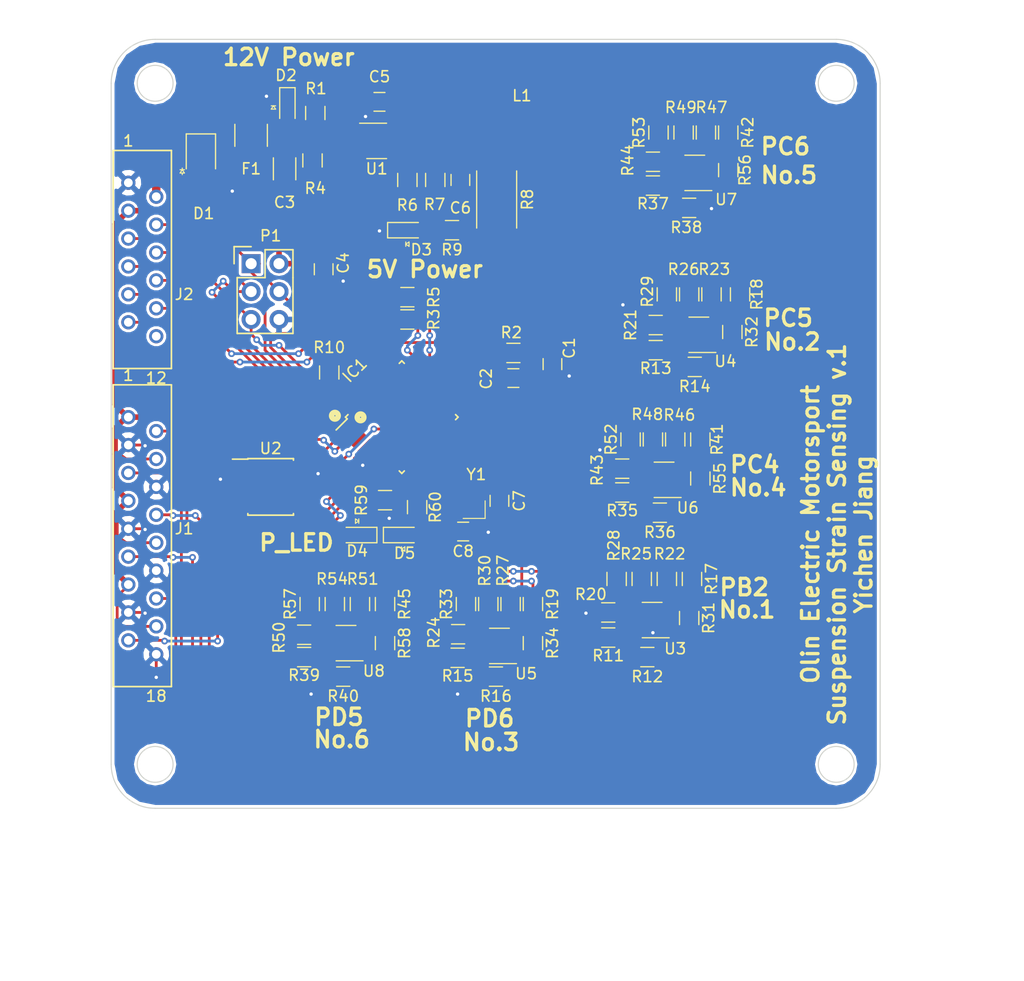
<source format=kicad_pcb>
(kicad_pcb (version 4) (host pcbnew 4.0.7-e2-6376~58~ubuntu16.04.1)
  (layers (0 F.Cu signal) (31 B.Cu signal) (34 B.Paste user) (35 F.Paste user) (36 B.SilkS user) (37 F.SilkS user) (38 B.Mask user) (39 F.Mask user) (44 Edge.Cuts user))
  (net 0 "")
  (net 1 VCC)
  (net 2 GND)
  (net 3 "Net-(C2-Pad1)")
  (net 4 "Net-(C3-Pad1)")
  (net 5 "Net-(C5-Pad1)")
  (net 6 "Net-(C5-Pad2)")
  (net 7 "Net-(C6-Pad1)")
  (net 8 "Net-(C7-Pad1)")
  (net 9 "Net-(C8-Pad1)")
  (net 10 +12V)
  (net 11 "Net-(D2-Pad2)")
  (net 12 "Net-(D3-Pad2)")
  (net 13 /MISO)
  (net 14 /MOSI)
  (net 15 "Net-(IC1-Pad3)")
  (net 16 /TXCAN)
  (net 17 /RXCAN)
  (net 18 /SCK)
  (net 19 "Net-(IC1-Pad13)")
  (net 20 "Net-(IC1-Pad14)")
  (net 21 "Net-(IC1-Pad15)")
  (net 22 "Net-(IC1-Pad16)")
  (net 23 "Net-(IC1-Pad17)")
  (net 24 "Net-(IC1-Pad18)")
  (net 25 "Net-(IC1-Pad21)")
  (net 26 "Net-(IC1-Pad22)")
  (net 27 /LED_1)
  (net 28 /LED_2)
  (net 29 "Net-(IC1-Pad25)")
  (net 30 "Net-(IC1-Pad26)")
  (net 31 "Net-(IC1-Pad27)")
  (net 32 "Net-(IC1-Pad28)")
  (net 33 "Net-(IC1-Pad29)")
  (net 34 "Net-(IC1-Pad30)")
  (net 35 /RESET)
  (net 36 "Net-(IC1-Pad32)")
  (net 37 /Gauge2_MID)
  (net 38 /Gauge1_MID)
  (net 39 /Gauge3_MID)
  (net 40 /Gauge4_MID)
  (net 41 /Gauge5_MID)
  (net 42 /Gauge6_MID)
  (net 43 /CANH)
  (net 44 /CANL)
  (net 45 "Net-(J2-Pad10)")
  (net 46 "Net-(J2-Pad11)")
  (net 47 "Net-(J2-Pad12)")
  (net 48 "Net-(R4-Pad2)")
  (net 49 "Net-(R6-Pad1)")
  (net 50 "Net-(R11-Pad2)")
  (net 51 "Net-(R13-Pad2)")
  (net 52 "Net-(R15-Pad2)")
  (net 53 "Net-(R17-Pad1)")
  (net 54 "Net-(R18-Pad1)")
  (net 55 "Net-(R19-Pad1)")
  (net 56 "Net-(R20-Pad1)")
  (net 57 "Net-(R21-Pad1)")
  (net 58 "Net-(R22-Pad2)")
  (net 59 "Net-(R23-Pad2)")
  (net 60 "Net-(R24-Pad1)")
  (net 61 "Net-(R27-Pad2)")
  (net 62 "Net-(R35-Pad2)")
  (net 63 "Net-(R37-Pad2)")
  (net 64 "Net-(R39-Pad2)")
  (net 65 "Net-(R41-Pad1)")
  (net 66 "Net-(R42-Pad1)")
  (net 67 "Net-(R43-Pad1)")
  (net 68 "Net-(R44-Pad1)")
  (net 69 "Net-(R45-Pad1)")
  (net 70 "Net-(R46-Pad2)")
  (net 71 "Net-(R47-Pad2)")
  (net 72 "Net-(R50-Pad1)")
  (net 73 "Net-(R51-Pad2)")
  (net 74 "Net-(U2-Pad5)")
  (net 75 "Net-(D4-Pad2)")
  (net 76 "Net-(D5-Pad2)")
  (net 77 /P_LED_1)
  (net 78 /P_LED_2)
  (module footprints:SOIC-8_3.9x4.9mm_Pitch1.27mm_OEM (layer F.Cu) (at 128.016 110.744)
    (fp_text reference U2 (at 0 -3.5) (layer F.SilkS))
    (fp_text value CAN_Transceiver hide)
    (pad 1 smd rect (at -2.7 -1.905) (size 1.55 0.6) (layers F.Cu F.Paste F.Mask) (net 16 /TXCAN))
    (pad 2 smd rect (at -2.7 -0.635) (size 1.55 0.6) (layers F.Cu F.Paste F.Mask) (net 2 GND))
    (pad 3 smd rect (at -2.7 0.635) (size 1.55 0.6) (layers F.Cu F.Paste F.Mask) (net 1 VCC))
    (pad 4 smd rect (at -2.7 1.905) (size 1.55 0.6) (layers F.Cu F.Paste F.Mask) (net 17 /RXCAN))
    (pad 5 smd rect (at 2.7 1.905) (size 1.55 0.6) (layers F.Cu F.Paste F.Mask) (net 74 "Net-(U2-Pad5)"))
    (pad 6 smd rect (at 2.7 0.635) (size 1.55 0.6) (layers F.Cu F.Paste F.Mask) (net 44 /CANL))
    (pad 7 smd rect (at 2.7 -0.635) (size 1.55 0.6) (layers F.Cu F.Paste F.Mask) (net 43 /CANH))
    (pad 8 smd rect (at 2.7 -1.905) (size 1.55 0.6) (layers F.Cu F.Paste F.Mask) (net 2 GND))
  )
  (module footprints:TQFP-32_7x7mm_Pitch0.8mm (layer F.Cu) (at 139.954 104.394 45)
    (fp_text reference IC1 (at 0 -6.05 45) (layer F.SilkS))
    (fp_text value ATMEGA16M1 hide)
    (pad 1 smd rect (at -4.25 -2.8 45) (size 1.6 0.55) (layers F.Cu F.Paste F.Mask) (net 13 /MISO))
    (pad 2 smd rect (at -4.25 -2 45) (size 1.6 0.55) (layers F.Cu F.Paste F.Mask) (net 14 /MOSI))
    (pad 3 smd rect (at -4.25 -1.2 45) (size 1.6 0.55) (layers F.Cu F.Paste F.Mask) (net 15 "Net-(IC1-Pad3)"))
    (pad 4 smd rect (at -4.25 -0.4 45) (size 1.6 0.55) (layers F.Cu F.Paste F.Mask) (net 1 VCC))
    (pad 5 smd rect (at -4.25 0.4 45) (size 1.6 0.55) (layers F.Cu F.Paste F.Mask) (net 2 GND))
    (pad 6 smd rect (at -4.25 1.2 45) (size 1.6 0.55) (layers F.Cu F.Paste F.Mask) (net 16 /TXCAN))
    (pad 7 smd rect (at -4.25 2 45) (size 1.6 0.55) (layers F.Cu F.Paste F.Mask) (net 17 /RXCAN))
    (pad 8 smd rect (at -4.25 2.8 45) (size 1.6 0.55) (layers F.Cu F.Paste F.Mask) (net 77 /P_LED_1))
    (pad 9 smd rect (at -2.8 4.25 135) (size 1.6 0.55) (layers F.Cu F.Paste F.Mask) (net 78 /P_LED_2))
    (pad 10 smd rect (at -2 4.25 135) (size 1.6 0.55) (layers F.Cu F.Paste F.Mask) (net 9 "Net-(C8-Pad1)"))
    (pad 11 smd rect (at -1.2 4.25 135) (size 1.6 0.55) (layers F.Cu F.Paste F.Mask) (net 8 "Net-(C7-Pad1)"))
    (pad 12 smd rect (at -0.4 4.25 135) (size 1.6 0.55) (layers F.Cu F.Paste F.Mask) (net 18 /SCK))
    (pad 13 smd rect (at 0.4 4.25 135) (size 1.6 0.55) (layers F.Cu F.Paste F.Mask) (net 19 "Net-(IC1-Pad13)"))
    (pad 14 smd rect (at 1.2 4.25 135) (size 1.6 0.55) (layers F.Cu F.Paste F.Mask) (net 20 "Net-(IC1-Pad14)"))
    (pad 15 smd rect (at 2 4.25 135) (size 1.6 0.55) (layers F.Cu F.Paste F.Mask) (net 21 "Net-(IC1-Pad15)"))
    (pad 16 smd rect (at 2.8 4.25 135) (size 1.6 0.55) (layers F.Cu F.Paste F.Mask) (net 22 "Net-(IC1-Pad16)"))
    (pad 17 smd rect (at 4.25 2.8 45) (size 1.6 0.55) (layers F.Cu F.Paste F.Mask) (net 23 "Net-(IC1-Pad17)"))
    (pad 18 smd rect (at 4.25 2 45) (size 1.6 0.55) (layers F.Cu F.Paste F.Mask) (net 24 "Net-(IC1-Pad18)"))
    (pad 19 smd rect (at 4.25 1.2 45) (size 1.6 0.55) (layers F.Cu F.Paste F.Mask) (net 3 "Net-(C2-Pad1)"))
    (pad 20 smd rect (at 4.25 0.4 45) (size 1.6 0.55) (layers F.Cu F.Paste F.Mask) (net 2 GND))
    (pad 21 smd rect (at 4.25 -0.4 45) (size 1.6 0.55) (layers F.Cu F.Paste F.Mask) (net 25 "Net-(IC1-Pad21)"))
    (pad 22 smd rect (at 4.25 -1.2 45) (size 1.6 0.55) (layers F.Cu F.Paste F.Mask) (net 26 "Net-(IC1-Pad22)"))
    (pad 23 smd rect (at 4.25 -2 45) (size 1.6 0.55) (layers F.Cu F.Paste F.Mask) (net 27 /LED_1))
    (pad 24 smd rect (at 4.25 -2.8 45) (size 1.6 0.55) (layers F.Cu F.Paste F.Mask) (net 28 /LED_2))
    (pad 25 smd rect (at 2.8 -4.25 135) (size 1.6 0.55) (layers F.Cu F.Paste F.Mask) (net 29 "Net-(IC1-Pad25)"))
    (pad 26 smd rect (at 2 -4.25 135) (size 1.6 0.55) (layers F.Cu F.Paste F.Mask) (net 30 "Net-(IC1-Pad26)"))
    (pad 27 smd rect (at 1.2 -4.25 135) (size 1.6 0.55) (layers F.Cu F.Paste F.Mask) (net 31 "Net-(IC1-Pad27)"))
    (pad 28 smd rect (at 0.4 -4.25 135) (size 1.6 0.55) (layers F.Cu F.Paste F.Mask) (net 32 "Net-(IC1-Pad28)"))
    (pad 29 smd rect (at -0.4 -4.25 135) (size 1.6 0.55) (layers F.Cu F.Paste F.Mask) (net 33 "Net-(IC1-Pad29)"))
    (pad 30 smd rect (at -1.2 -4.25 135) (size 1.6 0.55) (layers F.Cu F.Paste F.Mask) (net 34 "Net-(IC1-Pad30)"))
    (pad 31 smd rect (at -2 -4.25 135) (size 1.6 0.55) (layers F.Cu F.Paste F.Mask) (net 35 /RESET))
    (pad 32 smd rect (at -2.8 -4.25 135) (size 1.6 0.55) (layers F.Cu F.Paste F.Mask) (net 36 "Net-(IC1-Pad32)"))
  )
  (module footprints:SOT-23-6_OEM (layer F.Cu) (at 137.668 79.248)
    (fp_text reference U1 (at 0 2.54) (layer F.SilkS))
    (fp_text value TPS561201 hide)
    (pad 1 smd rect (at -1.1 -0.95) (size 1.06 0.65) (layers F.Cu F.Paste F.Mask) (net 2 GND))
    (pad 2 smd rect (at -1.1 0) (size 1.06 0.65) (layers F.Cu F.Paste F.Mask) (net 6 "Net-(C5-Pad2)"))
    (pad 3 smd rect (at -1.1 0.95) (size 1.06 0.65) (layers F.Cu F.Paste F.Mask) (net 4 "Net-(C3-Pad1)"))
    (pad 4 smd rect (at 1.1 0.95) (size 1.06 0.65) (layers F.Cu F.Paste F.Mask) (net 49 "Net-(R6-Pad1)"))
    (pad 6 smd rect (at 1.1 -0.95) (size 1.06 0.65) (layers F.Cu F.Paste F.Mask) (net 5 "Net-(C5-Pad1)"))
    (pad 5 smd rect (at 1.1 0) (size 1.06 0.65) (layers F.Cu F.Paste F.Mask) (net 48 "Net-(R4-Pad2)"))
  )
  (module footprints:C_0805_OEM (layer F.Cu) (at 153.67 99.568 270)
    (fp_text reference C1 (at -1.4605 -1.524 270) (layer F.SilkS))
    (fp_text value C_0.1uF hide)
    (pad 1 smd rect (at -1 0 270) (size 1 1.25) (layers F.Cu F.Paste F.Mask) (net 1 VCC))
    (pad 2 smd rect (at 1 0 270) (size 1 1.25) (layers F.Cu F.Paste F.Mask) (net 2 GND))
  )
  (module footprints:C_0805_OEM (layer F.Cu) (at 150.114 100.838)
    (fp_text reference C2 (at -2.4765 0.0635 90) (layer F.SilkS))
    (fp_text value C_100pF hide)
    (pad 1 smd rect (at -1 0) (size 1 1.25) (layers F.Cu F.Paste F.Mask) (net 3 "Net-(C2-Pad1)"))
    (pad 2 smd rect (at 1 0) (size 1 1.25) (layers F.Cu F.Paste F.Mask) (net 2 GND))
  )
  (module footprints:C_1206_OEM (layer F.Cu) (at 129.286 81.788 270)
    (fp_text reference C3 (at 3.048 0 360) (layer F.SilkS))
    (fp_text value C_22uF hide)
    (pad 1 smd rect (at -1.5 0 270) (size 1 1.6) (layers F.Cu F.Paste F.Mask) (net 4 "Net-(C3-Pad1)"))
    (pad 2 smd rect (at 1.5 0 270) (size 1 1.6) (layers F.Cu F.Paste F.Mask) (net 2 GND))
  )
  (module footprints:C_0805_OEM (layer F.Cu) (at 132.842 90.932 270)
    (fp_text reference C4 (at -0.569 -1.778 270) (layer F.SilkS))
    (fp_text value C_0.1uF hide)
    (pad 1 smd rect (at -1 0 270) (size 1 1.25) (layers F.Cu F.Paste F.Mask) (net 1 VCC))
    (pad 2 smd rect (at 1 0 270) (size 1 1.25) (layers F.Cu F.Paste F.Mask) (net 2 GND))
  )
  (module footprints:C_0805_OEM (layer F.Cu) (at 137.922 75.692 180)
    (fp_text reference C5 (at 0 2.286 360) (layer F.SilkS))
    (fp_text value C_0.1uF hide)
    (pad 1 smd rect (at -1 0 180) (size 1 1.25) (layers F.Cu F.Paste F.Mask) (net 5 "Net-(C5-Pad1)"))
    (pad 2 smd rect (at 1 0 180) (size 1 1.25) (layers F.Cu F.Paste F.Mask) (net 6 "Net-(C5-Pad2)"))
  )
  (module footprints:C_0805_OEM (layer F.Cu) (at 145.288 82.804 270)
    (fp_text reference C6 (at 2.54 0 360) (layer F.SilkS))
    (fp_text value C_47uF hide)
    (pad 1 smd rect (at -1 0 270) (size 1 1.25) (layers F.Cu F.Paste F.Mask) (net 7 "Net-(C6-Pad1)"))
    (pad 2 smd rect (at 1 0 270) (size 1 1.25) (layers F.Cu F.Paste F.Mask) (net 2 GND))
  )
  (module footprints:C_0805_OEM (layer F.Cu) (at 148.844 112.014 270)
    (fp_text reference C7 (at 0 -1.8 270) (layer F.SilkS))
    (fp_text value C_30pF hide)
    (pad 1 smd rect (at -1 0 270) (size 1 1.25) (layers F.Cu F.Paste F.Mask) (net 8 "Net-(C7-Pad1)"))
    (pad 2 smd rect (at 1 0 270) (size 1 1.25) (layers F.Cu F.Paste F.Mask) (net 2 GND))
  )
  (module footprints:C_0805_OEM (layer F.Cu) (at 145.542 114.808)
    (fp_text reference C8 (at 0 1.8) (layer F.SilkS))
    (fp_text value C_30pF hide)
    (pad 1 smd rect (at -1 0) (size 1 1.25) (layers F.Cu F.Paste F.Mask) (net 9 "Net-(C8-Pad1)"))
    (pad 2 smd rect (at 1 0) (size 1 1.25) (layers F.Cu F.Paste F.Mask) (net 2 GND))
  )
  (module footprints:DO-214AA (layer F.Cu) (at 121.666 81.788 270)
    (fp_text reference D1 (at 4.064 -0.254 360) (layer F.SilkS))
    (fp_text value D_Zener_18V hide)
    (pad 2 smd rect (at 2.032 0 90) (size 1.778 2.159) (layers F.Cu F.Paste F.Mask) (net 2 GND))
    (pad 1 smd rect (at -2.032 0 90) (size 1.778 2.159) (layers F.Cu F.Paste F.Mask) (net 10 +12V))
  )
  (module footprints:LED_0805_OEM (layer F.Cu) (at 129.54 76.2 270)
    (fp_text reference D2 (at -2.921 0.127 360) (layer F.SilkS))
    (fp_text value LED_0805 hide)
    (pad 2 smd rect (at 1.1 0 90) (size 1.2 1.2) (layers F.Cu F.Paste F.Mask) (net 11 "Net-(D2-Pad2)"))
    (pad 1 smd rect (at -1.1 0 90) (size 1.2 1.2) (layers F.Cu F.Paste F.Mask) (net 2 GND))
  )
  (module footprints:LED_0805_OEM (layer F.Cu) (at 140.462 87.376)
    (fp_text reference D3 (at 1.27 1.778) (layer F.SilkS))
    (fp_text value LED_0805 hide)
    (pad 2 smd rect (at 1.1 0 180) (size 1.2 1.2) (layers F.Cu F.Paste F.Mask) (net 12 "Net-(D3-Pad2)"))
    (pad 1 smd rect (at -1.1 0 180) (size 1.2 1.2) (layers F.Cu F.Paste F.Mask) (net 2 GND))
  )
  (module footprints:Fuse_1210 (layer F.Cu) (at 126.238 78.74 270)
    (fp_text reference F1 (at 3.048 0 360) (layer F.SilkS))
    (fp_text value F_500mA_16V hide)
    (pad 1 smd rect (at -1.45 0 270) (size 0.9 2.5) (layers F.Cu F.Paste F.Mask) (net 10 +12V))
    (pad 2 smd rect (at 1.45 0 270) (size 0.9 2.5) (layers F.Cu F.Paste F.Mask) (net 4 "Net-(C3-Pad1)"))
  )
  (module footprints:micromatch_female_ra_18 (layer F.Cu) (at 115.062 109.474)
    (fp_text reference J1 (at 5.08 5.08) (layer F.SilkS))
    (fp_text value micromatch_female_RA_18 hide)
    (fp_text user 18 (at 2.54 20.32) (layer F.SilkS))
    (fp_text user 1 (at 0 -8.89) (layer F.SilkS))
    (pad 5 thru_hole circle (at 0 0) (size 1.3 1.3) (drill 0.8) (layers *.Cu *.Mask) (net 37 /Gauge2_MID))
    (pad 3 thru_hole circle (at 0 -2.54) (size 1.3 1.3) (drill 0.8) (layers *.Cu *.Mask) (net 2 GND))
    (pad 1 thru_hole circle (at 0 -5.08) (size 1.3 1.3) (drill 0.8) (layers *.Cu *.Mask) (net 1 VCC))
    (pad 7 thru_hole circle (at 0 2.54) (size 1.3 1.3) (drill 0.8) (layers *.Cu *.Mask) (net 1 VCC))
    (pad 2 thru_hole circle (at 2.54 -3.81) (size 1.3 1.3) (drill 0.8) (layers *.Cu *.Mask) (net 38 /Gauge1_MID))
    (pad 4 thru_hole circle (at 2.54 -1.27) (size 1.3 1.3) (drill 0.8) (layers *.Cu *.Mask) (net 1 VCC))
    (pad 6 thru_hole circle (at 2.54 1.27) (size 1.3 1.3) (drill 0.8) (layers *.Cu *.Mask) (net 2 GND))
    (pad 8 thru_hole circle (at 2.54 3.81) (size 1.3 1.3) (drill 0.8) (layers *.Cu *.Mask) (net 39 /Gauge3_MID))
    (pad 9 thru_hole circle (at 0 5.08) (size 1.3 1.3) (drill 0.8) (layers *.Cu *.Mask) (net 2 GND))
    (pad 10 thru_hole circle (at 2.54 6.35) (size 1.3 1.3) (drill 0.8) (layers *.Cu *.Mask) (net 1 VCC))
    (pad 11 thru_hole circle (at 0 7.62) (size 1.3 1.3) (drill 0.8) (layers *.Cu *.Mask) (net 40 /Gauge4_MID))
    (pad 12 thru_hole circle (at 2.54 8.89) (size 1.3 1.3) (drill 0.8) (layers *.Cu *.Mask) (net 2 GND))
    (pad 13 thru_hole circle (at 0 10.16) (size 1.3 1.3) (drill 0.8) (layers *.Cu *.Mask) (net 1 VCC))
    (pad 14 thru_hole circle (at 2.54 11.43) (size 1.3 1.3) (drill 0.8) (layers *.Cu *.Mask) (net 41 /Gauge5_MID))
    (pad 15 thru_hole circle (at 0 12.7) (size 1.3 1.3) (drill 0.8) (layers *.Cu *.Mask) (net 2 GND))
    (pad 16 thru_hole circle (at 2.54 13.97) (size 1.3 1.3) (drill 0.8) (layers *.Cu *.Mask) (net 1 VCC))
    (pad 17 thru_hole circle (at 0 15.24) (size 1.3 1.3) (drill 0.8) (layers *.Cu *.Mask) (net 42 /Gauge6_MID))
    (pad 18 thru_hole circle (at 2.54 16.51) (size 1.3 1.3) (drill 0.8) (layers *.Cu *.Mask) (net 2 GND))
  )
  (module footprints:micromatch_female_ra_12 (layer F.Cu) (at 115.062 88.138)
    (fp_text reference J2 (at 5.08 5.08) (layer F.SilkS))
    (fp_text value micromatch_female_RA_12 hide)
    (fp_text user 12 (at 2.54 12.7) (layer F.SilkS))
    (fp_text user 1 (at 0 -8.89) (layer F.SilkS))
    (pad 5 thru_hole circle (at 0 0) (size 1.3 1.3) (drill 0.8) (layers *.Cu *.Mask) (net 13 /MISO))
    (pad 3 thru_hole circle (at 0 -2.54) (size 1.3 1.3) (drill 0.8) (layers *.Cu *.Mask) (net 1 VCC))
    (pad 1 thru_hole circle (at 0 -5.08) (size 1.3 1.3) (drill 0.8) (layers *.Cu *.Mask) (net 2 GND))
    (pad 7 thru_hole circle (at 0 2.54) (size 1.3 1.3) (drill 0.8) (layers *.Cu *.Mask) (net 35 /RESET))
    (pad 2 thru_hole circle (at 2.54 -3.81) (size 1.3 1.3) (drill 0.8) (layers *.Cu *.Mask) (net 10 +12V))
    (pad 4 thru_hole circle (at 2.54 -1.27) (size 1.3 1.3) (drill 0.8) (layers *.Cu *.Mask) (net 14 /MOSI))
    (pad 6 thru_hole circle (at 2.54 1.27) (size 1.3 1.3) (drill 0.8) (layers *.Cu *.Mask) (net 18 /SCK))
    (pad 8 thru_hole circle (at 2.54 3.81) (size 1.3 1.3) (drill 0.8) (layers *.Cu *.Mask) (net 43 /CANH))
    (pad 9 thru_hole circle (at 0 5.08) (size 1.3 1.3) (drill 0.8) (layers *.Cu *.Mask) (net 44 /CANL))
    (pad 10 thru_hole circle (at 2.54 6.35) (size 1.3 1.3) (drill 0.8) (layers *.Cu *.Mask) (net 45 "Net-(J2-Pad10)"))
    (pad 11 thru_hole circle (at 0 7.62) (size 1.3 1.3) (drill 0.8) (layers *.Cu *.Mask) (net 46 "Net-(J2-Pad11)"))
    (pad 12 thru_hole circle (at 2.54 8.89) (size 1.3 1.3) (drill 0.8) (layers *.Cu *.Mask) (net 47 "Net-(J2-Pad12)"))
  )
  (module footprints:4.7uH_Inductor_OEM (layer F.Cu) (at 145.288 74.93)
    (fp_text reference L1 (at 5.6 0.2) (layer F.SilkS))
    (fp_text value L_4.7uH hide)
    (pad 1 smd rect (at -2.35 0) (size 3.3 8.2) (layers F.Cu F.Paste F.Mask) (net 6 "Net-(C5-Pad2)"))
    (pad 2 smd rect (at 2.35 0) (size 3.3 8.2) (layers F.Cu F.Paste F.Mask) (net 7 "Net-(C6-Pad1)"))
  )
  (module footprints:Pin_Header_Straight_2x03 (layer F.Cu) (at 126.238 90.424)
    (fp_text reference P1 (at 1.778 -2.54) (layer F.SilkS))
    (fp_text value CONN_02X03 hide)
    (pad 1 thru_hole rect (at 0 0) (size 1.7272 1.7272) (drill 1.016) (layers *.Cu *.Mask) (net 13 /MISO))
    (pad 2 thru_hole oval (at 2.54 0) (size 1.7272 1.7272) (drill 1.016) (layers *.Cu *.Mask) (net 1 VCC))
    (pad 3 thru_hole oval (at 0 2.54) (size 1.7272 1.7272) (drill 1.016) (layers *.Cu *.Mask) (net 18 /SCK))
    (pad 4 thru_hole oval (at 2.54 2.54) (size 1.7272 1.7272) (drill 1.016) (layers *.Cu *.Mask) (net 14 /MOSI))
    (pad 5 thru_hole oval (at 0 5.08) (size 1.7272 1.7272) (drill 1.016) (layers *.Cu *.Mask) (net 35 /RESET))
    (pad 6 thru_hole oval (at 2.54 5.08) (size 1.7272 1.7272) (drill 1.016) (layers *.Cu *.Mask) (net 2 GND))
  )
  (module footprints:R_0805_OEM (layer F.Cu) (at 132.08 76.708 90)
    (fp_text reference R1 (at 2.2225 0.0635 180) (layer F.SilkS))
    (fp_text value R_1k hide)
    (pad 1 smd rect (at -0.95 0 90) (size 0.7 1.3) (layers F.Cu F.Paste F.Mask) (net 4 "Net-(C3-Pad1)"))
    (pad 2 smd rect (at 0.95 0 90) (size 0.7 1.3) (layers F.Cu F.Paste F.Mask) (net 11 "Net-(D2-Pad2)"))
  )
  (module footprints:R_0805_OEM (layer F.Cu) (at 150.114 98.552 180)
    (fp_text reference R2 (at 0.19 1.86 180) (layer F.SilkS))
    (fp_text value R_100 hide)
    (pad 1 smd rect (at -0.95 0 180) (size 0.7 1.3) (layers F.Cu F.Paste F.Mask) (net 1 VCC))
    (pad 2 smd rect (at 0.95 0 180) (size 0.7 1.3) (layers F.Cu F.Paste F.Mask) (net 3 "Net-(C2-Pad1)"))
  )
  (module footprints:R_0805_OEM (layer F.Cu) (at 140.462 95.504)
    (fp_text reference R3 (at 2.4 0 90) (layer F.SilkS))
    (fp_text value R_200 hide)
    (pad 1 smd rect (at -0.95 0) (size 0.7 1.3) (layers F.Cu F.Paste F.Mask) (net 46 "Net-(J2-Pad11)"))
    (pad 2 smd rect (at 0.95 0) (size 0.7 1.3) (layers F.Cu F.Paste F.Mask) (net 28 /LED_2))
  )
  (module footprints:R_0805_OEM (layer F.Cu) (at 131.826 81.026 270)
    (fp_text reference R4 (at 2.54 -0.254 360) (layer F.SilkS))
    (fp_text value R_10k hide)
    (pad 1 smd rect (at -0.95 0 270) (size 0.7 1.3) (layers F.Cu F.Paste F.Mask) (net 4 "Net-(C3-Pad1)"))
    (pad 2 smd rect (at 0.95 0 270) (size 0.7 1.3) (layers F.Cu F.Paste F.Mask) (net 48 "Net-(R4-Pad2)"))
  )
  (module footprints:R_0805_OEM (layer F.Cu) (at 140.462 93.472)
    (fp_text reference R5 (at 2.4 0 90) (layer F.SilkS))
    (fp_text value R_200 hide)
    (pad 1 smd rect (at -0.95 0) (size 0.7 1.3) (layers F.Cu F.Paste F.Mask) (net 45 "Net-(J2-Pad10)"))
    (pad 2 smd rect (at 0.95 0) (size 0.7 1.3) (layers F.Cu F.Paste F.Mask) (net 27 /LED_1))
  )
  (module footprints:R_0805_OEM (layer F.Cu) (at 140.462 82.804 270)
    (fp_text reference R6 (at 2.286 0 360) (layer F.SilkS))
    (fp_text value R_10k hide)
    (pad 1 smd rect (at -0.95 0 270) (size 0.7 1.3) (layers F.Cu F.Paste F.Mask) (net 49 "Net-(R6-Pad1)"))
    (pad 2 smd rect (at 0.95 0 270) (size 0.7 1.3) (layers F.Cu F.Paste F.Mask) (net 2 GND))
  )
  (module footprints:R_0805_OEM (layer F.Cu) (at 143.002 82.804 270)
    (fp_text reference R7 (at 2.2225 0.0635 360) (layer F.SilkS))
    (fp_text value R_55.1k hide)
    (pad 1 smd rect (at -0.95 0 270) (size 0.7 1.3) (layers F.Cu F.Paste F.Mask) (net 49 "Net-(R6-Pad1)"))
    (pad 2 smd rect (at 0.95 0 270) (size 0.7 1.3) (layers F.Cu F.Paste F.Mask) (net 7 "Net-(C6-Pad1)"))
  )
  (module footprints:R_2512_OEM (layer F.Cu) (at 148.59 84.582 90)
    (fp_text reference R8 (at 0 2.8 90) (layer F.SilkS))
    (fp_text value R_0_Jumper hide)
    (pad 1 smd rect (at -3.1 0 90) (size 1 3.2) (layers F.Cu F.Paste F.Mask) (net 1 VCC))
    (pad 2 smd rect (at 3.1 0 90) (size 1 3.2) (layers F.Cu F.Paste F.Mask) (net 7 "Net-(C6-Pad1)"))
  )
  (module footprints:R_0805_OEM (layer F.Cu) (at 144.526 87.376 180)
    (fp_text reference R9 (at 0 -1.778 180) (layer F.SilkS))
    (fp_text value R_200 hide)
    (pad 1 smd rect (at -0.95 0 180) (size 0.7 1.3) (layers F.Cu F.Paste F.Mask) (net 1 VCC))
    (pad 2 smd rect (at 0.95 0 180) (size 0.7 1.3) (layers F.Cu F.Paste F.Mask) (net 12 "Net-(D3-Pad2)"))
  )
  (module footprints:R_0805_OEM (layer F.Cu) (at 133.35 100.33 270)
    (fp_text reference R10 (at -2.286 0 360) (layer F.SilkS))
    (fp_text value R_10k hide)
    (pad 1 smd rect (at -0.95 0 270) (size 0.7 1.3) (layers F.Cu F.Paste F.Mask) (net 1 VCC))
    (pad 2 smd rect (at 0.95 0 270) (size 0.7 1.3) (layers F.Cu F.Paste F.Mask) (net 35 /RESET))
  )
  (module footprints:R_0805_OEM (layer F.Cu) (at 158.75 124.46 180)
    (fp_text reference R11 (at 0 -1.65 180) (layer F.SilkS))
    (fp_text value R_500 hide)
    (pad 1 smd rect (at -0.95 0 180) (size 0.7 1.3) (layers F.Cu F.Paste F.Mask) (net 1 VCC))
    (pad 2 smd rect (at 0.95 0 180) (size 0.7 1.3) (layers F.Cu F.Paste F.Mask) (net 50 "Net-(R11-Pad2)"))
  )
  (module footprints:R_0805_OEM (layer F.Cu) (at 162.306 126.238)
    (fp_text reference R12 (at 0 1.778) (layer F.SilkS))
    (fp_text value R_500 hide)
    (pad 1 smd rect (at -0.95 0) (size 0.7 1.3) (layers F.Cu F.Paste F.Mask) (net 50 "Net-(R11-Pad2)"))
    (pad 2 smd rect (at 0.95 0) (size 0.7 1.3) (layers F.Cu F.Paste F.Mask) (net 2 GND))
  )
  (module footprints:R_0805_OEM (layer F.Cu) (at 163.068 98.298 180)
    (fp_text reference R13 (at 0 -1.65 180) (layer F.SilkS))
    (fp_text value R_500 hide)
    (pad 1 smd rect (at -0.95 0 180) (size 0.7 1.3) (layers F.Cu F.Paste F.Mask) (net 1 VCC))
    (pad 2 smd rect (at 0.95 0 180) (size 0.7 1.3) (layers F.Cu F.Paste F.Mask) (net 51 "Net-(R13-Pad2)"))
  )
  (module footprints:R_0805_OEM (layer F.Cu) (at 166.624 99.822)
    (fp_text reference R14 (at 0 1.778) (layer F.SilkS))
    (fp_text value R_500 hide)
    (pad 1 smd rect (at -0.95 0) (size 0.7 1.3) (layers F.Cu F.Paste F.Mask) (net 51 "Net-(R13-Pad2)"))
    (pad 2 smd rect (at 0.95 0) (size 0.7 1.3) (layers F.Cu F.Paste F.Mask) (net 2 GND))
  )
  (module footprints:R_0805_OEM (layer F.Cu) (at 145.034 126.3015 180)
    (fp_text reference R15 (at 0 -1.65 180) (layer F.SilkS))
    (fp_text value R_500 hide)
    (pad 1 smd rect (at -0.95 0 180) (size 0.7 1.3) (layers F.Cu F.Paste F.Mask) (net 1 VCC))
    (pad 2 smd rect (at 0.95 0 180) (size 0.7 1.3) (layers F.Cu F.Paste F.Mask) (net 52 "Net-(R15-Pad2)"))
  )
  (module footprints:R_0805_OEM (layer F.Cu) (at 148.5265 128.016)
    (fp_text reference R16 (at 0 1.778) (layer F.SilkS))
    (fp_text value R_500 hide)
    (pad 1 smd rect (at -0.95 0) (size 0.7 1.3) (layers F.Cu F.Paste F.Mask) (net 52 "Net-(R15-Pad2)"))
    (pad 2 smd rect (at 0.95 0) (size 0.7 1.3) (layers F.Cu F.Paste F.Mask) (net 2 GND))
  )
  (module footprints:R_0805_OEM (layer F.Cu) (at 166.37 119.126 90)
    (fp_text reference R17 (at 0 1.778 270) (layer F.SilkS))
    (fp_text value R_1k hide)
    (pad 1 smd rect (at -0.95 0 90) (size 0.7 1.3) (layers F.Cu F.Paste F.Mask) (net 53 "Net-(R17-Pad1)"))
    (pad 2 smd rect (at 0.95 0 90) (size 0.7 1.3) (layers F.Cu F.Paste F.Mask) (net 38 /Gauge1_MID))
  )
  (module footprints:R_0805_OEM (layer F.Cu) (at 170.7515 93.218 90)
    (fp_text reference R18 (at 0 1.524 90) (layer F.SilkS))
    (fp_text value R_1k hide)
    (pad 1 smd rect (at -0.95 0 90) (size 0.7 1.3) (layers F.Cu F.Paste F.Mask) (net 54 "Net-(R18-Pad1)"))
    (pad 2 smd rect (at 0.95 0 90) (size 0.7 1.3) (layers F.Cu F.Paste F.Mask) (net 37 /Gauge2_MID))
  )
  (module footprints:R_0805_OEM (layer F.Cu) (at 151.892 121.412 90)
    (fp_text reference R19 (at 0 1.778 90) (layer F.SilkS))
    (fp_text value R_1k hide)
    (pad 1 smd rect (at -0.95 0 90) (size 0.7 1.3) (layers F.Cu F.Paste F.Mask) (net 55 "Net-(R19-Pad1)"))
    (pad 2 smd rect (at 0.95 0 90) (size 0.7 1.3) (layers F.Cu F.Paste F.Mask) (net 39 /Gauge3_MID))
  )
  (module footprints:R_0805_OEM (layer F.Cu) (at 158.75 122.174 180)
    (fp_text reference R20 (at 1.5875 1.651 360) (layer F.SilkS))
    (fp_text value R_1k hide)
    (pad 1 smd rect (at -0.95 0 180) (size 0.7 1.3) (layers F.Cu F.Paste F.Mask) (net 56 "Net-(R20-Pad1)"))
    (pad 2 smd rect (at 0.95 0 180) (size 0.7 1.3) (layers F.Cu F.Paste F.Mask) (net 50 "Net-(R11-Pad2)"))
  )
  (module footprints:R_0805_OEM (layer F.Cu) (at 163.068 96.012 180)
    (fp_text reference R21 (at 2.286 0 270) (layer F.SilkS))
    (fp_text value R_1k hide)
    (pad 1 smd rect (at -0.95 0 180) (size 0.7 1.3) (layers F.Cu F.Paste F.Mask) (net 57 "Net-(R21-Pad1)"))
    (pad 2 smd rect (at 0.95 0 180) (size 0.7 1.3) (layers F.Cu F.Paste F.Mask) (net 51 "Net-(R13-Pad2)"))
  )
  (module footprints:R_0805_OEM (layer F.Cu) (at 164.084 119.126 90)
    (fp_text reference R22 (at 2.286 0.254 180) (layer F.SilkS))
    (fp_text value R_100 hide)
    (pad 1 smd rect (at -0.95 0 90) (size 0.7 1.3) (layers F.Cu F.Paste F.Mask) (net 1 VCC))
    (pad 2 smd rect (at 0.95 0 90) (size 0.7 1.3) (layers F.Cu F.Paste F.Mask) (net 58 "Net-(R22-Pad2)"))
  )
  (module footprints:R_0805_OEM (layer F.Cu) (at 168.148 93.218 90)
    (fp_text reference R23 (at 2.286 0.254 180) (layer F.SilkS))
    (fp_text value R_100 hide)
    (pad 1 smd rect (at -0.95 0 90) (size 0.7 1.3) (layers F.Cu F.Paste F.Mask) (net 1 VCC))
    (pad 2 smd rect (at 0.95 0 90) (size 0.7 1.3) (layers F.Cu F.Paste F.Mask) (net 59 "Net-(R23-Pad2)"))
  )
  (module footprints:R_0805_OEM (layer F.Cu) (at 145.0825 124.157 180)
    (fp_text reference R24 (at 2.2075 0.1415 270) (layer F.SilkS))
    (fp_text value R_1k hide)
    (pad 1 smd rect (at -0.95 0 180) (size 0.7 1.3) (layers F.Cu F.Paste F.Mask) (net 60 "Net-(R24-Pad1)"))
    (pad 2 smd rect (at 0.95 0 180) (size 0.7 1.3) (layers F.Cu F.Paste F.Mask) (net 52 "Net-(R15-Pad2)"))
  )
  (module footprints:R_0805_OEM (layer F.Cu) (at 161.798 119.126 90)
    (fp_text reference R25 (at 2.286 -0.508 360) (layer F.SilkS))
    (fp_text value R_100k hide)
    (pad 1 smd rect (at -0.95 0 90) (size 0.7 1.3) (layers F.Cu F.Paste F.Mask) (net 56 "Net-(R20-Pad1)"))
    (pad 2 smd rect (at 0.95 0 90) (size 0.7 1.3) (layers F.Cu F.Paste F.Mask) (net 58 "Net-(R22-Pad2)"))
  )
  (module footprints:R_0805_OEM (layer F.Cu) (at 166.116 93.218 90)
    (fp_text reference R26 (at 2.286 -0.508 180) (layer F.SilkS))
    (fp_text value R_100k hide)
    (pad 1 smd rect (at -0.95 0 90) (size 0.7 1.3) (layers F.Cu F.Paste F.Mask) (net 57 "Net-(R21-Pad1)"))
    (pad 2 smd rect (at 0.95 0 90) (size 0.7 1.3) (layers F.Cu F.Paste F.Mask) (net 59 "Net-(R23-Pad2)"))
  )
  (module footprints:R_0805_OEM (layer F.Cu) (at 149.86 121.412 90)
    (fp_text reference R27 (at 3.0455 -0.6985 270) (layer F.SilkS))
    (fp_text value R_100 hide)
    (pad 1 smd rect (at -0.95 0 90) (size 0.7 1.3) (layers F.Cu F.Paste F.Mask) (net 1 VCC))
    (pad 2 smd rect (at 0.95 0 90) (size 0.7 1.3) (layers F.Cu F.Paste F.Mask) (net 61 "Net-(R27-Pad2)"))
  )
  (module footprints:R_0805_OEM (layer F.Cu) (at 159.512 119.126 270)
    (fp_text reference R28 (at -3.0455 0.254 450) (layer F.SilkS))
    (fp_text value R_100 hide)
    (pad 1 smd rect (at -0.95 0 270) (size 0.7 1.3) (layers F.Cu F.Paste F.Mask) (net 58 "Net-(R22-Pad2)"))
    (pad 2 smd rect (at 0.95 0 270) (size 0.7 1.3) (layers F.Cu F.Paste F.Mask) (net 2 GND))
  )
  (module footprints:R_0805_OEM (layer F.Cu) (at 164.084 93.218 270)
    (fp_text reference R29 (at -0.254 1.778 450) (layer F.SilkS))
    (fp_text value R_100 hide)
    (pad 1 smd rect (at -0.95 0 270) (size 0.7 1.3) (layers F.Cu F.Paste F.Mask) (net 59 "Net-(R23-Pad2)"))
    (pad 2 smd rect (at 0.95 0 270) (size 0.7 1.3) (layers F.Cu F.Paste F.Mask) (net 2 GND))
  )
  (module footprints:R_0805_OEM (layer F.Cu) (at 147.828 121.412 90)
    (fp_text reference R30 (at 3.0455 -0.3175 90) (layer F.SilkS))
    (fp_text value R_100k hide)
    (pad 1 smd rect (at -0.95 0 90) (size 0.7 1.3) (layers F.Cu F.Paste F.Mask) (net 60 "Net-(R24-Pad1)"))
    (pad 2 smd rect (at 0.95 0 90) (size 0.7 1.3) (layers F.Cu F.Paste F.Mask) (net 61 "Net-(R27-Pad2)"))
  )
  (module footprints:R_0805_OEM (layer F.Cu) (at 166.116 122.682 90)
    (fp_text reference R31 (at 0 1.778 90) (layer F.SilkS))
    (fp_text value R_100k hide)
    (pad 1 smd rect (at -0.95 0 90) (size 0.7 1.3) (layers F.Cu F.Paste F.Mask) (net 22 "Net-(IC1-Pad16)"))
    (pad 2 smd rect (at 0.95 0 90) (size 0.7 1.3) (layers F.Cu F.Paste F.Mask) (net 53 "Net-(R17-Pad1)"))
  )
  (module footprints:R_0805_OEM (layer F.Cu) (at 170.0445 96.6445 90)
    (fp_text reference R32 (at 0 1.778 90) (layer F.SilkS))
    (fp_text value R_100k hide)
    (pad 1 smd rect (at -0.95 0 90) (size 0.7 1.3) (layers F.Cu F.Paste F.Mask) (net 24 "Net-(IC1-Pad18)"))
    (pad 2 smd rect (at 0.95 0 90) (size 0.7 1.3) (layers F.Cu F.Paste F.Mask) (net 54 "Net-(R18-Pad1)"))
  )
  (module footprints:R_0805_OEM (layer F.Cu) (at 145.796 121.412 270)
    (fp_text reference R33 (at 0 1.778 450) (layer F.SilkS))
    (fp_text value R_100 hide)
    (pad 1 smd rect (at -0.95 0 270) (size 0.7 1.3) (layers F.Cu F.Paste F.Mask) (net 61 "Net-(R27-Pad2)"))
    (pad 2 smd rect (at 0.95 0 270) (size 0.7 1.3) (layers F.Cu F.Paste F.Mask) (net 2 GND))
  )
  (module footprints:R_0805_OEM (layer F.Cu) (at 151.892 124.968 90)
    (fp_text reference R34 (at 0 1.778 90) (layer F.SilkS))
    (fp_text value R_100k hide)
    (pad 1 smd rect (at -0.95 0 90) (size 0.7 1.3) (layers F.Cu F.Paste F.Mask) (net 20 "Net-(IC1-Pad14)"))
    (pad 2 smd rect (at 0.95 0 90) (size 0.7 1.3) (layers F.Cu F.Paste F.Mask) (net 55 "Net-(R19-Pad1)"))
  )
  (module footprints:R_0805_OEM (layer F.Cu) (at 160.02 111.252 180)
    (fp_text reference R35 (at 0 -1.65 180) (layer F.SilkS))
    (fp_text value R_500 hide)
    (pad 1 smd rect (at -0.95 0 180) (size 0.7 1.3) (layers F.Cu F.Paste F.Mask) (net 1 VCC))
    (pad 2 smd rect (at 0.95 0 180) (size 0.7 1.3) (layers F.Cu F.Paste F.Mask) (net 62 "Net-(R35-Pad2)"))
  )
  (module footprints:R_0805_OEM (layer F.Cu) (at 163.449 113.0935)
    (fp_text reference R36 (at 0 1.778) (layer F.SilkS))
    (fp_text value R_500 hide)
    (pad 1 smd rect (at -0.95 0) (size 0.7 1.3) (layers F.Cu F.Paste F.Mask) (net 62 "Net-(R35-Pad2)"))
    (pad 2 smd rect (at 0.95 0) (size 0.7 1.3) (layers F.Cu F.Paste F.Mask) (net 2 GND))
  )
  (module footprints:R_0805_OEM (layer F.Cu) (at 162.814 83.312 180)
    (fp_text reference R37 (at 0 -1.65 180) (layer F.SilkS))
    (fp_text value R_500 hide)
    (pad 1 smd rect (at -0.95 0 180) (size 0.7 1.3) (layers F.Cu F.Paste F.Mask) (net 1 VCC))
    (pad 2 smd rect (at 0.95 0 180) (size 0.7 1.3) (layers F.Cu F.Paste F.Mask) (net 63 "Net-(R37-Pad2)"))
  )
  (module footprints:R_0805_OEM (layer F.Cu) (at 166.116 85.344)
    (fp_text reference R38 (at -0.254 1.778) (layer F.SilkS))
    (fp_text value R_500 hide)
    (pad 1 smd rect (at -0.95 0) (size 0.7 1.3) (layers F.Cu F.Paste F.Mask) (net 63 "Net-(R37-Pad2)"))
    (pad 2 smd rect (at 0.95 0) (size 0.7 1.3) (layers F.Cu F.Paste F.Mask) (net 2 GND))
  )
  (module footprints:R_0805_OEM (layer F.Cu) (at 131.064 126.238 180)
    (fp_text reference R39 (at 0 -1.65 180) (layer F.SilkS))
    (fp_text value R_500 hide)
    (pad 1 smd rect (at -0.95 0 180) (size 0.7 1.3) (layers F.Cu F.Paste F.Mask) (net 1 VCC))
    (pad 2 smd rect (at 0.95 0 180) (size 0.7 1.3) (layers F.Cu F.Paste F.Mask) (net 64 "Net-(R39-Pad2)"))
  )
  (module footprints:R_0805_OEM (layer F.Cu) (at 134.62 128.016)
    (fp_text reference R40 (at 0 1.778) (layer F.SilkS))
    (fp_text value R_500 hide)
    (pad 1 smd rect (at -0.95 0) (size 0.7 1.3) (layers F.Cu F.Paste F.Mask) (net 64 "Net-(R39-Pad2)"))
    (pad 2 smd rect (at 0.95 0) (size 0.7 1.3) (layers F.Cu F.Paste F.Mask) (net 2 GND))
  )
  (module footprints:R_0805_OEM (layer F.Cu) (at 167.132 106.426 90)
    (fp_text reference R41 (at 0 1.524 90) (layer F.SilkS))
    (fp_text value R_1k hide)
    (pad 1 smd rect (at -0.95 0 90) (size 0.7 1.3) (layers F.Cu F.Paste F.Mask) (net 65 "Net-(R41-Pad1)"))
    (pad 2 smd rect (at 0.95 0 90) (size 0.7 1.3) (layers F.Cu F.Paste F.Mask) (net 40 /Gauge4_MID))
  )
  (module footprints:R_0805_OEM (layer F.Cu) (at 169.672 78.486 90)
    (fp_text reference R42 (at 0 1.778 90) (layer F.SilkS))
    (fp_text value R_1k hide)
    (pad 1 smd rect (at -0.95 0 90) (size 0.7 1.3) (layers F.Cu F.Paste F.Mask) (net 66 "Net-(R42-Pad1)"))
    (pad 2 smd rect (at 0.95 0 90) (size 0.7 1.3) (layers F.Cu F.Paste F.Mask) (net 41 /Gauge5_MID))
  )
  (module footprints:R_0805_OEM (layer F.Cu) (at 160.0215 109.085 180)
    (fp_text reference R43 (at 2.2875 -0.135 270) (layer F.SilkS))
    (fp_text value R_1k hide)
    (pad 1 smd rect (at -0.95 0 180) (size 0.7 1.3) (layers F.Cu F.Paste F.Mask) (net 67 "Net-(R43-Pad1)"))
    (pad 2 smd rect (at 0.95 0 180) (size 0.7 1.3) (layers F.Cu F.Paste F.Mask) (net 62 "Net-(R35-Pad2)"))
  )
  (module footprints:R_0805_OEM (layer F.Cu) (at 162.8155 81.145 180)
    (fp_text reference R44 (at 2.2875 0.119 270) (layer F.SilkS))
    (fp_text value R_1k hide)
    (pad 1 smd rect (at -0.95 0 180) (size 0.7 1.3) (layers F.Cu F.Paste F.Mask) (net 68 "Net-(R44-Pad1)"))
    (pad 2 smd rect (at 0.95 0 180) (size 0.7 1.3) (layers F.Cu F.Paste F.Mask) (net 63 "Net-(R37-Pad2)"))
  )
  (module footprints:R_0805_OEM (layer F.Cu) (at 138.43 121.412 90)
    (fp_text reference R45 (at 0 1.778 90) (layer F.SilkS))
    (fp_text value R_1k hide)
    (pad 1 smd rect (at -0.95 0 90) (size 0.7 1.3) (layers F.Cu F.Paste F.Mask) (net 69 "Net-(R45-Pad1)"))
    (pad 2 smd rect (at 0.95 0 90) (size 0.7 1.3) (layers F.Cu F.Paste F.Mask) (net 42 /Gauge6_MID))
  )
  (module footprints:R_0805_OEM (layer F.Cu) (at 164.846 106.426 90)
    (fp_text reference R46 (at 2.2225 0.381 180) (layer F.SilkS))
    (fp_text value R_100 hide)
    (pad 1 smd rect (at -0.95 0 90) (size 0.7 1.3) (layers F.Cu F.Paste F.Mask) (net 1 VCC))
    (pad 2 smd rect (at 0.95 0 90) (size 0.7 1.3) (layers F.Cu F.Paste F.Mask) (net 70 "Net-(R46-Pad2)"))
  )
  (module footprints:R_0805_OEM (layer F.Cu) (at 167.64 78.486 90)
    (fp_text reference R47 (at 2.286 0.508 180) (layer F.SilkS))
    (fp_text value R_100 hide)
    (pad 1 smd rect (at -0.95 0 90) (size 0.7 1.3) (layers F.Cu F.Paste F.Mask) (net 1 VCC))
    (pad 2 smd rect (at 0.95 0 90) (size 0.7 1.3) (layers F.Cu F.Paste F.Mask) (net 71 "Net-(R47-Pad2)"))
  )
  (module footprints:R_0805_OEM (layer F.Cu) (at 162.814 106.426 90)
    (fp_text reference R48 (at 2.286 -0.508 180) (layer F.SilkS))
    (fp_text value R_100k hide)
    (pad 1 smd rect (at -0.95 0 90) (size 0.7 1.3) (layers F.Cu F.Paste F.Mask) (net 67 "Net-(R43-Pad1)"))
    (pad 2 smd rect (at 0.95 0 90) (size 0.7 1.3) (layers F.Cu F.Paste F.Mask) (net 70 "Net-(R46-Pad2)"))
  )
  (module footprints:R_0805_OEM (layer F.Cu) (at 165.608 78.486 90)
    (fp_text reference R49 (at 2.286 -0.254 180) (layer F.SilkS))
    (fp_text value R_100k hide)
    (pad 1 smd rect (at -0.95 0 90) (size 0.7 1.3) (layers F.Cu F.Paste F.Mask) (net 68 "Net-(R44-Pad1)"))
    (pad 2 smd rect (at 0.95 0 90) (size 0.7 1.3) (layers F.Cu F.Paste F.Mask) (net 71 "Net-(R47-Pad2)"))
  )
  (module footprints:R_0805_OEM (layer F.Cu) (at 131.064 124.206 180)
    (fp_text reference R50 (at 2.286 -0.254 270) (layer F.SilkS))
    (fp_text value R_1k hide)
    (pad 1 smd rect (at -0.95 0 180) (size 0.7 1.3) (layers F.Cu F.Paste F.Mask) (net 72 "Net-(R50-Pad1)"))
    (pad 2 smd rect (at 0.95 0 180) (size 0.7 1.3) (layers F.Cu F.Paste F.Mask) (net 64 "Net-(R39-Pad2)"))
  )
  (module footprints:R_0805_OEM (layer F.Cu) (at 136.144 121.412 90)
    (fp_text reference R51 (at 2.286 0.254 180) (layer F.SilkS))
    (fp_text value R_100 hide)
    (pad 1 smd rect (at -0.95 0 90) (size 0.7 1.3) (layers F.Cu F.Paste F.Mask) (net 1 VCC))
    (pad 2 smd rect (at 0.95 0 90) (size 0.7 1.3) (layers F.Cu F.Paste F.Mask) (net 73 "Net-(R51-Pad2)"))
  )
  (module footprints:R_0805_OEM (layer F.Cu) (at 160.782 106.426 270)
    (fp_text reference R52 (at 0 1.778 450) (layer F.SilkS))
    (fp_text value R_100 hide)
    (pad 1 smd rect (at -0.95 0 270) (size 0.7 1.3) (layers F.Cu F.Paste F.Mask) (net 70 "Net-(R46-Pad2)"))
    (pad 2 smd rect (at 0.95 0 270) (size 0.7 1.3) (layers F.Cu F.Paste F.Mask) (net 2 GND))
  )
  (module footprints:R_0805_OEM (layer F.Cu) (at 163.322 78.486 270)
    (fp_text reference R53 (at 0 1.778 450) (layer F.SilkS))
    (fp_text value R_100 hide)
    (pad 1 smd rect (at -0.95 0 270) (size 0.7 1.3) (layers F.Cu F.Paste F.Mask) (net 71 "Net-(R47-Pad2)"))
    (pad 2 smd rect (at 0.95 0 270) (size 0.7 1.3) (layers F.Cu F.Paste F.Mask) (net 2 GND))
  )
  (module footprints:R_0805_OEM (layer F.Cu) (at 133.858 121.412 90)
    (fp_text reference R54 (at 2.286 -0.254 180) (layer F.SilkS))
    (fp_text value R_100k hide)
    (pad 1 smd rect (at -0.95 0 90) (size 0.7 1.3) (layers F.Cu F.Paste F.Mask) (net 72 "Net-(R50-Pad1)"))
    (pad 2 smd rect (at 0.95 0 90) (size 0.7 1.3) (layers F.Cu F.Paste F.Mask) (net 73 "Net-(R51-Pad2)"))
  )
  (module footprints:R_0805_OEM (layer F.Cu) (at 167.132 109.982 90)
    (fp_text reference R55 (at 0 1.778 90) (layer F.SilkS))
    (fp_text value R_100k hide)
    (pad 1 smd rect (at -0.95 0 90) (size 0.7 1.3) (layers F.Cu F.Paste F.Mask) (net 23 "Net-(IC1-Pad17)"))
    (pad 2 smd rect (at 0.95 0 90) (size 0.7 1.3) (layers F.Cu F.Paste F.Mask) (net 65 "Net-(R41-Pad1)"))
  )
  (module footprints:R_0805_OEM (layer F.Cu) (at 169.6735 81.907 90)
    (fp_text reference R56 (at 0 1.524 90) (layer F.SilkS))
    (fp_text value R_100k hide)
    (pad 1 smd rect (at -0.95 0 90) (size 0.7 1.3) (layers F.Cu F.Paste F.Mask) (net 26 "Net-(IC1-Pad22)"))
    (pad 2 smd rect (at 0.95 0 90) (size 0.7 1.3) (layers F.Cu F.Paste F.Mask) (net 66 "Net-(R42-Pad1)"))
  )
  (module footprints:R_0805_OEM (layer F.Cu) (at 131.572 121.412 270)
    (fp_text reference R57 (at 0 1.778 270) (layer F.SilkS))
    (fp_text value R_100 hide)
    (pad 1 smd rect (at -0.95 0 270) (size 0.7 1.3) (layers F.Cu F.Paste F.Mask) (net 73 "Net-(R51-Pad2)"))
    (pad 2 smd rect (at 0.95 0 270) (size 0.7 1.3) (layers F.Cu F.Paste F.Mask) (net 2 GND))
  )
  (module footprints:R_0805_OEM (layer F.Cu) (at 138.43 124.968 90)
    (fp_text reference R58 (at 0 1.778 90) (layer F.SilkS))
    (fp_text value R_100k hide)
    (pad 1 smd rect (at -0.95 0 90) (size 0.7 1.3) (layers F.Cu F.Paste F.Mask) (net 19 "Net-(IC1-Pad13)"))
    (pad 2 smd rect (at 0.95 0 90) (size 0.7 1.3) (layers F.Cu F.Paste F.Mask) (net 69 "Net-(R45-Pad1)"))
  )
  (module footprints:SOT-23-5_OEM (layer F.Cu) (at 162.744 122.868 180)
    (fp_text reference U3 (at -2.102 -2.608 180) (layer F.SilkS))
    (fp_text value MCP6001RT hide)
    (pad 1 smd rect (at -1.1 -0.95 180) (size 1.06 0.65) (layers F.Cu F.Paste F.Mask) (net 22 "Net-(IC1-Pad16)"))
    (pad 2 smd rect (at -1.1 0 180) (size 1.06 0.65) (layers F.Cu F.Paste F.Mask) (net 1 VCC))
    (pad 3 smd rect (at -1.1 0.95 180) (size 1.06 0.65) (layers F.Cu F.Paste F.Mask) (net 53 "Net-(R17-Pad1)"))
    (pad 4 smd rect (at 1.1 0.95 180) (size 1.06 0.65) (layers F.Cu F.Paste F.Mask) (net 56 "Net-(R20-Pad1)"))
    (pad 5 smd rect (at 1.1 -0.95 180) (size 1.06 0.65) (layers F.Cu F.Paste F.Mask) (net 2 GND))
  )
  (module footprints:SOT-23-5_OEM (layer F.Cu) (at 166.9965 96.8985 180)
    (fp_text reference U4 (at -2.4215 -2.4155 180) (layer F.SilkS))
    (fp_text value MCP6001RT hide)
    (pad 1 smd rect (at -1.1 -0.95 180) (size 1.06 0.65) (layers F.Cu F.Paste F.Mask) (net 24 "Net-(IC1-Pad18)"))
    (pad 2 smd rect (at -1.1 0 180) (size 1.06 0.65) (layers F.Cu F.Paste F.Mask) (net 1 VCC))
    (pad 3 smd rect (at -1.1 0.95 180) (size 1.06 0.65) (layers F.Cu F.Paste F.Mask) (net 54 "Net-(R18-Pad1)"))
    (pad 4 smd rect (at 1.1 0.95 180) (size 1.06 0.65) (layers F.Cu F.Paste F.Mask) (net 57 "Net-(R21-Pad1)"))
    (pad 5 smd rect (at 1.1 -0.95 180) (size 1.06 0.65) (layers F.Cu F.Paste F.Mask) (net 2 GND))
  )
  (module footprints:SOT-23-5_OEM (layer F.Cu) (at 148.844 125.222 180)
    (fp_text reference U5 (at -2.428 -2.5255 180) (layer F.SilkS))
    (fp_text value MCP6001RT hide)
    (pad 1 smd rect (at -1.1 -0.95 180) (size 1.06 0.65) (layers F.Cu F.Paste F.Mask) (net 20 "Net-(IC1-Pad14)"))
    (pad 2 smd rect (at -1.1 0 180) (size 1.06 0.65) (layers F.Cu F.Paste F.Mask) (net 1 VCC))
    (pad 3 smd rect (at -1.1 0.95 180) (size 1.06 0.65) (layers F.Cu F.Paste F.Mask) (net 55 "Net-(R19-Pad1)"))
    (pad 4 smd rect (at 1.1 0.95 180) (size 1.06 0.65) (layers F.Cu F.Paste F.Mask) (net 60 "Net-(R24-Pad1)"))
    (pad 5 smd rect (at 1.1 -0.95 180) (size 1.06 0.65) (layers F.Cu F.Paste F.Mask) (net 2 GND))
  )
  (module footprints:SOT-23-5_OEM (layer F.Cu) (at 163.8315 110.101 180)
    (fp_text reference U6 (at -2.1575 -2.548 180) (layer F.SilkS))
    (fp_text value MCP6001RT hide)
    (pad 1 smd rect (at -1.1 -0.95 180) (size 1.06 0.65) (layers F.Cu F.Paste F.Mask) (net 23 "Net-(IC1-Pad17)"))
    (pad 2 smd rect (at -1.1 0 180) (size 1.06 0.65) (layers F.Cu F.Paste F.Mask) (net 1 VCC))
    (pad 3 smd rect (at -1.1 0.95 180) (size 1.06 0.65) (layers F.Cu F.Paste F.Mask) (net 65 "Net-(R41-Pad1)"))
    (pad 4 smd rect (at 1.1 0.95 180) (size 1.06 0.65) (layers F.Cu F.Paste F.Mask) (net 67 "Net-(R43-Pad1)"))
    (pad 5 smd rect (at 1.1 -0.95 180) (size 1.06 0.65) (layers F.Cu F.Paste F.Mask) (net 2 GND))
  )
  (module footprints:SOT-23-5_OEM (layer F.Cu) (at 166.6255 82.161 180)
    (fp_text reference U7 (at -2.856 -2.421 180) (layer F.SilkS))
    (fp_text value MCP6001RT hide)
    (pad 1 smd rect (at -1.1 -0.95 180) (size 1.06 0.65) (layers F.Cu F.Paste F.Mask) (net 26 "Net-(IC1-Pad22)"))
    (pad 2 smd rect (at -1.1 0 180) (size 1.06 0.65) (layers F.Cu F.Paste F.Mask) (net 1 VCC))
    (pad 3 smd rect (at -1.1 0.95 180) (size 1.06 0.65) (layers F.Cu F.Paste F.Mask) (net 66 "Net-(R42-Pad1)"))
    (pad 4 smd rect (at 1.1 0.95 180) (size 1.06 0.65) (layers F.Cu F.Paste F.Mask) (net 68 "Net-(R44-Pad1)"))
    (pad 5 smd rect (at 1.1 -0.95 180) (size 1.06 0.65) (layers F.Cu F.Paste F.Mask) (net 2 GND))
  )
  (module footprints:SOT-23-5_OEM (layer F.Cu) (at 134.874 124.968 180)
    (fp_text reference U8 (at -2.54 -2.54 180) (layer F.SilkS))
    (fp_text value MCP6001RT hide)
    (pad 1 smd rect (at -1.1 -0.95 180) (size 1.06 0.65) (layers F.Cu F.Paste F.Mask) (net 19 "Net-(IC1-Pad13)"))
    (pad 2 smd rect (at -1.1 0 180) (size 1.06 0.65) (layers F.Cu F.Paste F.Mask) (net 1 VCC))
    (pad 3 smd rect (at -1.1 0.95 180) (size 1.06 0.65) (layers F.Cu F.Paste F.Mask) (net 69 "Net-(R45-Pad1)"))
    (pad 4 smd rect (at 1.1 0.95 180) (size 1.06 0.65) (layers F.Cu F.Paste F.Mask) (net 72 "Net-(R50-Pad1)"))
    (pad 5 smd rect (at 1.1 -0.95 180) (size 1.06 0.65) (layers F.Cu F.Paste F.Mask) (net 2 GND))
  )
  (module footprints:Crystal_SMD_FA238 (layer F.Cu) (at 145.542 112.014 180)
    (fp_text reference Y1 (at -1.2 2.4 180) (layer F.SilkS))
    (fp_text value Crystal_SMD hide)
    (pad 1 smd rect (at -1.1 0.8 180) (size 1.4 1.2) (layers F.Cu F.Mask) (net 8 "Net-(C7-Pad1)"))
    (pad 2 smd rect (at 1.1 0.8 180) (size 1.4 1.2) (layers F.Cu F.Mask) (net 2 GND))
    (pad 3 smd rect (at 1.1 -0.8 180) (size 1.4 1.2) (layers F.Cu F.Mask) (net 9 "Net-(C8-Pad1)"))
    (pad 4 smd rect (at -1.1 -0.8 180) (size 1.4 1.2) (layers F.Cu F.Mask) (net 2 GND))
  )
  (module footprints:LED_0805_OEM (layer F.Cu) (at 135.89 115.128 180)
    (fp_text reference D4 (at 0 -1.45 180) (layer F.SilkS))
    (fp_text value LED_0805 hide)
    (pad 2 smd rect (at 1.1 0) (size 1.2 1.2) (layers F.Cu F.Paste F.Mask) (net 75 "Net-(D4-Pad2)"))
    (pad 1 smd rect (at -1.1 0) (size 1.2 1.2) (layers F.Cu F.Paste F.Mask) (net 2 GND))
  )
  (module footprints:LED_0805_OEM (layer F.Cu) (at 140.081 115.128)
    (fp_text reference D5 (at 0.127 1.651) (layer F.SilkS))
    (fp_text value LED_0805 hide)
    (pad 2 smd rect (at 1.1 0 180) (size 1.2 1.2) (layers F.Cu F.Paste F.Mask) (net 76 "Net-(D5-Pad2)"))
    (pad 1 smd rect (at -1.1 0 180) (size 1.2 1.2) (layers F.Cu F.Paste F.Mask) (net 2 GND))
  )
  (module footprints:R_0805_OEM (layer F.Cu) (at 138.43 111.953 180)
    (fp_text reference R59 (at 2.159 0 270) (layer F.SilkS))
    (fp_text value R_200 hide)
    (pad 1 smd rect (at -0.95 0 180) (size 0.7 1.3) (layers F.Cu F.Paste F.Mask) (net 77 /P_LED_1))
    (pad 2 smd rect (at 0.95 0 180) (size 0.7 1.3) (layers F.Cu F.Paste F.Mask) (net 75 "Net-(D4-Pad2)"))
  )
  (module footprints:R_0805_OEM (layer F.Cu) (at 141.351 112.588 270)
    (fp_text reference R60 (at 0 -1.651 270) (layer F.SilkS))
    (fp_text value R_200 hide)
    (pad 1 smd rect (at -0.95 0 270) (size 0.7 1.3) (layers F.Cu F.Paste F.Mask) (net 78 /P_LED_2))
    (pad 2 smd rect (at 0.95 0 270) (size 0.7 1.3) (layers F.Cu F.Paste F.Mask) (net 76 "Net-(D5-Pad2)"))
  )
  (gr_text P_LED (at 130.3655 115.824) (layer F.SilkS) (effects (font (size 1.5 1.5) (thickness 0.3))))
  (gr_text "5V Power" (at 142.0495 90.932) (layer F.SilkS) (effects (font (size 1.5 1.5) (thickness 0.3))))
  (gr_text "12V Power" (at 129.667 71.628) (layer F.SilkS) (effects (font (size 1.5 1.5) (thickness 0.3))))
  (gr_text No.6 (at 134.493 133.731) (layer F.SilkS) (effects (font (size 1.5 1.5) (thickness 0.3))))
  (gr_text "PD5\n" (at 134.239 131.699) (layer F.SilkS) (effects (font (size 1.5 1.5) (thickness 0.3))))
  (gr_text No.3 (at 148.082 133.985) (layer F.SilkS) (effects (font (size 1.5 1.5) (thickness 0.3))))
  (gr_text "PD6\n" (at 147.955 131.826) (layer F.SilkS) (effects (font (size 1.5 1.5) (thickness 0.3))))
  (gr_text No.1 (at 171.3865 121.92) (layer F.SilkS) (effects (font (size 1.5 1.5) (thickness 0.3))))
  (gr_text PB2 (at 171.1325 119.888) (layer F.SilkS) (effects (font (size 1.5 1.5) (thickness 0.3))))
  (gr_text No.4 (at 172.4025 110.8075) (layer F.SilkS) (effects (font (size 1.5 1.5) (thickness 0.3))))
  (gr_text PC4 (at 172.085 108.712) (layer F.SilkS) (effects (font (size 1.5 1.5) (thickness 0.3))))
  (gr_text No.5 (at 175.1965 82.3595) (layer F.SilkS) (effects (font (size 1.5 1.5) (thickness 0.3))))
  (gr_text No.2 (at 175.514 97.536) (layer F.SilkS) (effects (font (size 1.5 1.5) (thickness 0.3))))
  (gr_text PC5 (at 175.133 95.377) (layer F.SilkS) (effects (font (size 1.5 1.5) (thickness 0.3))))
  (gr_text "PC6\n" (at 174.879 79.756) (layer F.SilkS) (effects (font (size 1.5 1.5) (thickness 0.3))))
  (gr_arc (start 117.5011 136.0036) (end 113.5011 136.0036) (angle -90) (layer Edge.Cuts) (width 0.1))
  (gr_circle (center 117.5011 136.0036) (end 119.13305 136.0036) (layer Edge.Cuts) (width 0.1))
  (gr_arc (start 179.5011 74.0036) (end 183.5011 74.0036) (angle -90) (layer Edge.Cuts) (width 0.1))
  (gr_circle (center 179.5011 74.0036) (end 181.13305 74.0036) (layer Edge.Cuts) (width 0.1))
  (gr_arc (start 179.5011 136.0036) (end 179.5011 140.0036) (angle -90) (layer Edge.Cuts) (width 0.1))
  (gr_circle (center 179.5011 136.0036) (end 181.13305 136.0036) (layer Edge.Cuts) (width 0.1))
  (gr_arc (start 117.5011 74.0036) (end 117.5011 70.0036) (angle -90) (layer Edge.Cuts) (width 0.1))
  (gr_circle (center 117.5011 74.0036) (end 119.13305 74.0036) (layer Edge.Cuts) (width 0.1))
  (gr_line (start 179.5011 140.0036) (end 117.5011 140.0036) (layer Edge.Cuts) (width 0.1))
  (gr_line (start 113.5011 74.0036) (end 113.5011 136.0036) (layer Edge.Cuts) (width 0.1))
  (gr_line (start 179.5011 70.0036) (end 117.5011 70.0036) (layer Edge.Cuts) (width 0.1))
  (gr_line (start 183.5011 74.0036) (end 183.5011 136.0036) (layer Edge.Cuts) (width 0.1))
  (gr_text "Olin Electric Motorsport\nSuspension Strain Sensing v.1\nYichen Jiang" (at 179.578 115.062 90) (layer F.SilkS) (effects (font (size 1.5 1.5) (thickness 0.3))))
  (segment (start 121.285 111.0615) (end 121.6025 111.379) (width 0.508) (layer F.Cu) (net 1))
  (segment (start 121.6025 111.379) (end 125.1585 114.935) (width 0.508) (layer F.Cu) (net 1))
  (segment (start 125.316 111.379) (end 121.6025 111.379) (width 0.254) (layer F.Cu) (net 1))
  (segment (start 117.602 108.204) (end 114.3 108.204) (width 0.254) (layer F.Cu) (net 1))
  (segment (start 114.3 108.204) (end 113.8555 107.7595) (width 0.254) (layer F.Cu) (net 1))
  (segment (start 164.018 98.298) (end 164.018 97.9195) (width 0.508) (layer F.Cu) (net 1))
  (segment (start 164.018 97.9195) (end 165.039 96.8985) (width 0.508) (layer F.Cu) (net 1))
  (segment (start 165.039 96.8985) (end 168.0965 96.8985) (width 0.508) (layer F.Cu) (net 1))
  (segment (start 168.148 94.168) (end 168.087 94.168) (width 0.508) (layer F.Cu) (net 1))
  (segment (start 168.087 94.168) (end 166.878 95.377) (width 0.508) (layer F.Cu) (net 1))
  (segment (start 166.878 95.377) (end 166.878 96.586) (width 0.508) (layer F.Cu) (net 1))
  (segment (start 167.7255 82.161) (end 168.3465 82.161) (width 0.508) (layer F.Cu) (net 1))
  (segment (start 169.4815 92.8345) (end 168.148 94.168) (width 0.508) (layer F.Cu) (net 1))
  (segment (start 169.4815 87.3125) (end 169.4815 92.8345) (width 0.508) (layer F.Cu) (net 1))
  (segment (start 171.2595 85.5345) (end 169.4815 87.3125) (width 0.508) (layer F.Cu) (net 1))
  (segment (start 171.2595 82.4865) (end 171.2595 85.5345) (width 0.508) (layer F.Cu) (net 1))
  (segment (start 170.6245 81.8515) (end 171.2595 82.4865) (width 0.508) (layer F.Cu) (net 1))
  (segment (start 168.656 81.8515) (end 170.6245 81.8515) (width 0.508) (layer F.Cu) (net 1))
  (segment (start 168.3465 82.161) (end 168.656 81.8515) (width 0.508) (layer F.Cu) (net 1))
  (segment (start 163.764 83.312) (end 163.764 83.19) (width 0.508) (layer F.Cu) (net 1))
  (segment (start 163.764 83.19) (end 164.793 82.161) (width 0.508) (layer F.Cu) (net 1))
  (segment (start 164.793 82.161) (end 167.7255 82.161) (width 0.508) (layer F.Cu) (net 1))
  (segment (start 148.59 87.682) (end 148.59 87.1855) (width 0.508) (layer F.Cu) (net 1))
  (segment (start 148.59 87.1855) (end 155.7655 80.01) (width 0.508) (layer F.Cu) (net 1))
  (segment (start 162.814 82.362) (end 163.764 83.312) (width 0.508) (layer F.Cu) (net 1))
  (segment (start 162.814 80.518) (end 162.814 82.362) (width 0.508) (layer F.Cu) (net 1))
  (segment (start 162.306 80.01) (end 162.814 80.518) (width 0.508) (layer F.Cu) (net 1))
  (segment (start 155.7655 80.01) (end 162.306 80.01) (width 0.508) (layer F.Cu) (net 1))
  (segment (start 143.63825 97.21975) (end 143.256 97.602) (width 0.254) (layer F.Cu) (net 1))
  (segment (start 143.256 97.602) (end 140.02 97.602) (width 0.254) (layer F.Cu) (net 1))
  (segment (start 133.35 99.126) (end 134.874 97.602) (width 0.254) (layer F.Cu) (net 1))
  (segment (start 134.874 97.602) (end 140.02 97.602) (width 0.254) (layer F.Cu) (net 1))
  (segment (start 143.63825 97.21975) (end 144.018 96.84) (width 0.254) (layer F.Cu) (net 1))
  (segment (start 144.018 96.84) (end 144.018 89.932) (width 0.254) (layer F.Cu) (net 1))
  (segment (start 144.526 89.932) (end 144.018 89.932) (width 0.254) (layer F.Cu) (net 1))
  (segment (start 147.624 89.932) (end 144.526 89.932) (width 0.254) (layer F.Cu) (net 1))
  (segment (start 132.842 89.932) (end 144.0655 89.932) (width 0.508) (layer F.Cu) (net 1))
  (segment (start 144.0655 89.932) (end 147.624 89.932) (width 0.508) (layer F.Cu) (net 1))
  (segment (start 147.624 89.932) (end 148.59 88.966) (width 0.508) (layer F.Cu) (net 1))
  (segment (start 148.59 88.966) (end 148.59 87.682) (width 0.508) (layer F.Cu) (net 1))
  (segment (start 128.778 90.424) (end 132.35 90.424) (width 0.508) (layer F.Cu) (net 1))
  (segment (start 132.35 90.424) (end 132.842 89.932) (width 0.508) (layer F.Cu) (net 1))
  (segment (start 115.062 85.598) (end 126.3015 85.598) (width 0.508) (layer F.Cu) (net 1))
  (segment (start 128.778 88.0745) (end 128.778 90.424) (width 0.508) (layer F.Cu) (net 1))
  (segment (start 126.3015 85.598) (end 128.778 88.0745) (width 0.508) (layer F.Cu) (net 1))
  (segment (start 122.7455 111.5695) (end 123.571 111.5695) (width 0.254) (layer F.Cu) (net 1))
  (segment (start 115.062 104.394) (end 120.2055 104.394) (width 0.508) (layer F.Cu) (net 1))
  (segment (start 128.905 114.935) (end 130.495 116.525) (width 0.508) (layer F.Cu) (net 1))
  (segment (start 125.1585 114.935) (end 128.905 114.935) (width 0.508) (layer F.Cu) (net 1))
  (segment (start 121.285 105.4735) (end 121.285 111.0615) (width 0.508) (layer F.Cu) (net 1))
  (segment (start 120.2055 104.394) (end 121.285 105.4735) (width 0.508) (layer F.Cu) (net 1))
  (segment (start 115.062 112.014) (end 114.9985 112.014) (width 0.508) (layer F.Cu) (net 1))
  (segment (start 114.9985 112.014) (end 113.919 113.0935) (width 0.508) (layer F.Cu) (net 1))
  (segment (start 113.919 118.491) (end 115.062 119.634) (width 0.508) (layer F.Cu) (net 1))
  (segment (start 113.919 113.0935) (end 113.919 118.491) (width 0.508) (layer F.Cu) (net 1))
  (segment (start 115.062 104.394) (end 114.8715 104.394) (width 0.508) (layer F.Cu) (net 1))
  (segment (start 114.8715 104.394) (end 113.8555 105.41) (width 0.508) (layer F.Cu) (net 1))
  (segment (start 113.8555 105.41) (end 113.8555 107.7595) (width 0.508) (layer F.Cu) (net 1))
  (segment (start 113.8555 110.8075) (end 115.062 112.014) (width 0.508) (layer F.Cu) (net 1))
  (segment (start 113.8555 107.7595) (end 113.8555 110.8075) (width 0.508) (layer F.Cu) (net 1))
  (segment (start 115.062 104.394) (end 114.996 104.394) (width 0.508) (layer F.Cu) (net 1))
  (segment (start 114.996 104.394) (end 113.8555 103.2535) (width 0.508) (layer F.Cu) (net 1))
  (segment (start 113.8555 86.8045) (end 115.062 85.598) (width 0.508) (layer F.Cu) (net 1))
  (segment (start 113.8555 103.2535) (end 113.8555 86.8045) (width 0.508) (layer F.Cu) (net 1))
  (segment (start 122.7455 111.9505) (end 123.19 111.9505) (width 0.254) (layer F.Cu) (net 1))
  (segment (start 123.063 111.9505) (end 123.063 112.0775) (width 0.254) (layer F.Cu) (net 1))
  (segment (start 123.19 111.9505) (end 123.063 111.9505) (width 0.254) (layer F.Cu) (net 1))
  (segment (start 122.7455 111.76) (end 123.3805 111.76) (width 0.254) (layer F.Cu) (net 1))
  (segment (start 123.3805 111.76) (end 123.19 111.76) (width 0.254) (layer F.Cu) (net 1))
  (segment (start 123.444 111.633) (end 123.444 111.6965) (width 0.254) (layer F.Cu) (net 1))
  (segment (start 123.5075 111.633) (end 123.444 111.633) (width 0.254) (layer F.Cu) (net 1))
  (segment (start 123.571 111.5695) (end 123.5075 111.633) (width 0.254) (layer F.Cu) (net 1))
  (segment (start 122.7455 112.395) (end 123.063 112.0775) (width 0.254) (layer F.Cu) (net 1))
  (segment (start 123.063 112.0775) (end 123.444 111.6965) (width 0.254) (layer F.Cu) (net 1))
  (segment (start 123.444 111.6965) (end 123.7615 111.379) (width 0.254) (layer F.Cu) (net 1))
  (segment (start 123.7615 111.379) (end 123.698 111.379) (width 0.254) (layer F.Cu) (net 1))
  (segment (start 123.571 111.506) (end 123.571 111.379) (width 0.254) (layer F.Cu) (net 1))
  (segment (start 123.698 111.379) (end 123.571 111.506) (width 0.254) (layer F.Cu) (net 1))
  (segment (start 122.7455 111.379) (end 122.7455 111.5695) (width 0.254) (layer F.Cu) (net 1))
  (segment (start 122.7455 111.5695) (end 122.7455 111.76) (width 0.254) (layer F.Cu) (net 1))
  (segment (start 122.7455 111.76) (end 122.7455 111.9505) (width 0.254) (layer F.Cu) (net 1))
  (segment (start 122.7455 111.9505) (end 122.7455 112.395) (width 0.254) (layer F.Cu) (net 1))
  (segment (start 122.7455 112.395) (end 122.7455 112.3975) (width 0.254) (layer F.Cu) (net 1))
  (segment (start 122.7455 112.3975) (end 122.7455 112.268) (width 0.254) (layer F.Cu) (net 1))
  (segment (start 122.7455 112.268) (end 122.7455 112.3975) (width 0.254) (layer F.Cu) (net 1))
  (segment (start 122.301 111.379) (end 122.3645 111.379) (width 0.254) (layer F.Cu) (net 1))
  (segment (start 122.3645 111.379) (end 122.682 111.6965) (width 0.254) (layer F.Cu) (net 1))
  (segment (start 122.301 111.379) (end 122.301 111.379) (width 0.254) (layer F.Cu) (net 1))
  (segment (start 122.301 111.379) (end 122.301 111.506) (width 0.254) (layer F.Cu) (net 1))
  (segment (start 122.301 111.506) (end 122.682 111.887) (width 0.254) (layer F.Cu) (net 1))
  (segment (start 121.85525 111.50725) (end 122.04825 111.50725) (width 0.254) (layer F.Cu) (net 1))
  (segment (start 122.04825 111.50725) (end 122.6185 112.0775) (width 0.254) (layer F.Cu) (net 1))
  (segment (start 135.255 124.968) (end 135.1915 124.968) (width 0.254) (layer F.Cu) (net 1))
  (segment (start 135.1915 124.968) (end 134.874 124.6505) (width 0.254) (layer F.Cu) (net 1))
  (segment (start 134.5565 124.968) (end 134.874 124.6505) (width 0.254) (layer F.Cu) (net 1))
  (segment (start 134.8105 124.714) (end 134.874 124.714) (width 0.254) (layer F.Cu) (net 1))
  (segment (start 134.874 124.6505) (end 134.8105 124.714) (width 0.254) (layer F.Cu) (net 1))
  (segment (start 149.098 125.222) (end 149.098 125.1585) (width 0.254) (layer F.Cu) (net 1))
  (segment (start 149.098 125.1585) (end 148.844 124.9045) (width 0.254) (layer F.Cu) (net 1))
  (segment (start 148.59 125.222) (end 148.59 125.1585) (width 0.254) (layer F.Cu) (net 1))
  (segment (start 148.59 125.1585) (end 148.844 124.9045) (width 0.254) (layer F.Cu) (net 1))
  (segment (start 163.068 122.868) (end 163.068 122.809) (width 0.254) (layer F.Cu) (net 1))
  (segment (start 163.068 122.809) (end 162.814 122.555) (width 0.254) (layer F.Cu) (net 1))
  (segment (start 162.56 122.868) (end 162.56 122.809) (width 0.254) (layer F.Cu) (net 1))
  (segment (start 162.56 122.809) (end 162.814 122.555) (width 0.254) (layer F.Cu) (net 1))
  (segment (start 164.084 110.101) (end 164.084 109.982) (width 0.254) (layer F.Cu) (net 1))
  (segment (start 164.084 109.982) (end 163.83 109.728) (width 0.254) (layer F.Cu) (net 1))
  (segment (start 163.576 110.101) (end 163.576 109.982) (width 0.254) (layer F.Cu) (net 1))
  (segment (start 163.576 109.982) (end 163.83 109.728) (width 0.254) (layer F.Cu) (net 1))
  (segment (start 166.9415 82.161) (end 166.9415 82.1055) (width 0.254) (layer F.Cu) (net 1))
  (segment (start 166.9415 82.1055) (end 166.624 81.788) (width 0.254) (layer F.Cu) (net 1))
  (segment (start 166.3065 82.161) (end 166.3065 82.1055) (width 0.254) (layer F.Cu) (net 1))
  (segment (start 166.3065 82.1055) (end 166.624 81.788) (width 0.254) (layer F.Cu) (net 1))
  (segment (start 156.0195 94.808) (end 155.636 94.808) (width 0.254) (layer F.Cu) (net 1))
  (segment (start 153.67 96.774) (end 153.67 98.568) (width 0.254) (layer F.Cu) (net 1))
  (segment (start 155.636 94.808) (end 153.67 96.774) (width 0.254) (layer F.Cu) (net 1))
  (segment (start 122.7455 112.3975) (end 121.85525 111.50725) (width 0.254) (layer F.Cu) (net 1))
  (segment (start 121.85525 111.50725) (end 121.539 111.191) (width 0.254) (layer F.Cu) (net 1))
  (segment (start 149.86 122.362) (end 150.119 122.362) (width 0.254) (layer F.Cu) (net 1))
  (segment (start 150.119 122.362) (end 150.876 121.605) (width 0.254) (layer F.Cu) (net 1))
  (segment (start 150.876 121.605) (end 150.876 117.287) (width 0.254) (layer F.Cu) (net 1))
  (segment (start 150.876 117.287) (end 150.114 116.525) (width 0.254) (layer F.Cu) (net 1))
  (segment (start 150.114 116.525) (end 130.495 116.525) (width 0.254) (layer F.Cu) (net 1))
  (segment (start 130.495 116.525) (end 129.794 116.525) (width 0.254) (layer F.Cu) (net 1))
  (segment (start 161.544 124.78) (end 160.02 124.78) (width 0.254) (layer F.Cu) (net 1))
  (segment (start 160.02 124.78) (end 159.7 124.46) (width 0.254) (layer F.Cu) (net 1))
  (segment (start 159.7 124.46) (end 159.7 124.084) (width 0.254) (layer F.Cu) (net 1))
  (segment (start 159.7 124.084) (end 160.916 122.868) (width 0.254) (layer F.Cu) (net 1))
  (segment (start 160.916 122.868) (end 162.56 122.868) (width 0.254) (layer F.Cu) (net 1))
  (segment (start 162.56 122.868) (end 163.068 122.868) (width 0.254) (layer F.Cu) (net 1))
  (segment (start 163.068 122.868) (end 163.844 122.868) (width 0.254) (layer F.Cu) (net 1))
  (segment (start 115.062 119.634) (end 115.062 119.7) (width 0.254) (layer F.Cu) (net 1))
  (segment (start 115.062 119.7) (end 114.046 120.716) (width 0.254) (layer F.Cu) (net 1))
  (segment (start 114.488 123.444) (end 117.602 123.444) (width 0.254) (layer F.Cu) (net 1))
  (segment (start 114.046 123.002) (end 114.488 123.444) (width 0.254) (layer F.Cu) (net 1))
  (segment (start 114.046 120.716) (end 114.046 123.002) (width 0.254) (layer F.Cu) (net 1))
  (segment (start 114.046 116.652) (end 114.046 113.03) (width 0.254) (layer F.Cu) (net 1))
  (segment (start 114.046 113.03) (end 115.062 112.014) (width 0.254) (layer F.Cu) (net 1))
  (segment (start 149.86 122.362) (end 149.992 122.362) (width 0.254) (layer F.Cu) (net 1))
  (segment (start 164.846 107.376) (end 165.232 107.376) (width 0.254) (layer F.Cu) (net 1))
  (segment (start 165.232 107.376) (end 165.862 106.746) (width 0.254) (layer F.Cu) (net 1))
  (segment (start 171.0005 96.8985) (end 168.0965 96.8985) (width 0.254) (layer F.Cu) (net 1))
  (segment (start 171.45 97.348) (end 171.0005 96.8985) (width 0.254) (layer F.Cu) (net 1))
  (segment (start 171.45 99.888) (end 171.45 97.348) (width 0.254) (layer F.Cu) (net 1))
  (segment (start 168.656 102.682) (end 171.45 99.888) (width 0.254) (layer F.Cu) (net 1))
  (segment (start 166.37 102.682) (end 168.656 102.682) (width 0.254) (layer F.Cu) (net 1))
  (segment (start 165.862 103.19) (end 166.37 102.682) (width 0.254) (layer F.Cu) (net 1))
  (segment (start 165.862 106.746) (end 165.862 103.19) (width 0.254) (layer F.Cu) (net 1))
  (segment (start 170.487 110.101) (end 164.9315 110.101) (width 0.254) (layer F.Cu) (net 1))
  (segment (start 171.45 111.064) (end 170.487 110.101) (width 0.254) (layer F.Cu) (net 1))
  (segment (start 171.45 123.51) (end 171.45 111.064) (width 0.254) (layer F.Cu) (net 1))
  (segment (start 170.18 124.78) (end 171.45 123.51) (width 0.254) (layer F.Cu) (net 1))
  (segment (start 161.544 124.78) (end 170.18 124.78) (width 0.254) (layer F.Cu) (net 1))
  (segment (start 168.148 94.168) (end 168.534 94.168) (width 0.254) (layer F.Cu) (net 1))
  (segment (start 115.062 112.014) (end 114.742 112.014) (width 0.254) (layer F.Cu) (net 1))
  (segment (start 115.062 119.634) (end 114.742 119.634) (width 0.254) (layer F.Cu) (net 1))
  (segment (start 114.62 115.824) (end 117.602 115.824) (width 0.254) (layer F.Cu) (net 1))
  (segment (start 114.046 116.398) (end 114.62 115.824) (width 0.254) (layer F.Cu) (net 1))
  (segment (start 114.046 116.652) (end 114.046 116.398) (width 0.254) (layer F.Cu) (net 1))
  (segment (start 133.35 114.366) (end 134.366 113.35) (width 0.254) (layer F.Cu) (net 1))
  (segment (start 135.636 108.146314) (end 136.665953 107.116361) (width 0.254) (layer F.Cu) (net 1))
  (segment (start 135.636 109.54) (end 135.636 108.146314) (width 0.254) (layer F.Cu) (net 1))
  (segment (start 133.096 112.08) (end 135.636 109.54) (width 0.254) (layer F.Cu) (net 1))
  (via (at 133.096 112.08) (size 0.6096) (drill 0.3048) (layers F.Cu B.Cu) (net 1))
  (segment (start 134.366 113.35) (end 133.096 112.08) (width 0.254) (layer B.Cu) (net 1))
  (via (at 134.366 113.35) (size 0.6096) (drill 0.3048) (layers F.Cu B.Cu) (net 1))
  (segment (start 135.974 124.968) (end 140.528 124.968) (width 0.254) (layer F.Cu) (net 1))
  (segment (start 140.528 124.968) (end 140.716 124.78) (width 0.254) (layer F.Cu) (net 1))
  (segment (start 140.716 124.78) (end 140.716 119.446) (width 0.254) (layer F.Cu) (net 1))
  (segment (start 140.716 119.446) (end 139.446 118.176) (width 0.254) (layer F.Cu) (net 1))
  (segment (start 139.446 118.176) (end 138.176 118.176) (width 0.254) (layer F.Cu) (net 1))
  (segment (start 138.176 118.176) (end 130.302 118.176) (width 0.254) (layer F.Cu) (net 1))
  (segment (start 130.302 118.176) (end 129.794 117.668) (width 0.254) (layer F.Cu) (net 1))
  (segment (start 129.794 117.668) (end 129.794 116.652) (width 0.254) (layer F.Cu) (net 1))
  (segment (start 129.794 116.652) (end 129.794 116.525) (width 0.254) (layer F.Cu) (net 1))
  (segment (start 129.794 116.525) (end 129.794 114.62) (width 0.254) (layer F.Cu) (net 1))
  (segment (start 115.062 119.192) (end 115.062 119.634) (width 0.254) (layer F.Cu) (net 1))
  (segment (start 115.062 112.014) (end 115.128 112.014) (width 0.254) (layer F.Cu) (net 1))
  (segment (start 133.35 99.38) (end 133.35 99.126) (width 0.254) (layer F.Cu) (net 1))
  (segment (start 167.64 79.436) (end 167.64 79.568) (width 0.254) (layer F.Cu) (net 1))
  (segment (start 167.64 79.568) (end 166.624 80.584) (width 0.254) (layer F.Cu) (net 1))
  (segment (start 166.624 80.584) (end 166.624 81.788) (width 0.254) (layer F.Cu) (net 1))
  (segment (start 166.624 81.788) (end 166.624 82.161) (width 0.254) (layer F.Cu) (net 1))
  (segment (start 163.764 83.19) (end 164.793 82.161) (width 0.254) (layer F.Cu) (net 1))
  (segment (start 166.3065 82.161) (end 166.624 82.161) (width 0.254) (layer F.Cu) (net 1))
  (segment (start 166.624 82.161) (end 166.9415 82.161) (width 0.254) (layer F.Cu) (net 1))
  (segment (start 166.9415 82.161) (end 167.7255 82.161) (width 0.254) (layer F.Cu) (net 1))
  (segment (start 168.148 94.168) (end 168.148 94.3) (width 0.254) (layer F.Cu) (net 1))
  (segment (start 166.878 96.586) (end 166.878 96.8985) (width 0.254) (layer F.Cu) (net 1))
  (segment (start 164.018 98.298) (end 164.018 98.176) (width 0.254) (layer F.Cu) (net 1))
  (segment (start 166.878 96.8985) (end 167.132 96.8985) (width 0.254) (layer F.Cu) (net 1))
  (segment (start 167.132 96.8985) (end 168.0965 96.8985) (width 0.254) (layer F.Cu) (net 1))
  (segment (start 164.846 107.376) (end 164.724 107.376) (width 0.254) (layer F.Cu) (net 1))
  (segment (start 164.724 107.376) (end 163.83 108.27) (width 0.254) (layer F.Cu) (net 1))
  (segment (start 163.83 108.27) (end 163.83 109.728) (width 0.254) (layer F.Cu) (net 1))
  (segment (start 163.83 109.728) (end 163.83 110.101) (width 0.254) (layer F.Cu) (net 1))
  (segment (start 160.97 111.252) (end 160.97 111.13) (width 0.254) (layer F.Cu) (net 1))
  (segment (start 160.97 111.13) (end 161.999 110.101) (width 0.254) (layer F.Cu) (net 1))
  (segment (start 161.999 110.101) (end 163.576 110.101) (width 0.254) (layer F.Cu) (net 1))
  (segment (start 163.576 110.101) (end 163.83 110.101) (width 0.254) (layer F.Cu) (net 1))
  (segment (start 163.83 110.101) (end 164.084 110.101) (width 0.254) (layer F.Cu) (net 1))
  (segment (start 164.084 110.101) (end 164.9315 110.101) (width 0.254) (layer F.Cu) (net 1))
  (segment (start 164.084 120.076) (end 163.708 120.076) (width 0.254) (layer F.Cu) (net 1))
  (segment (start 163.708 120.076) (end 162.814 120.97) (width 0.254) (layer F.Cu) (net 1))
  (segment (start 162.814 120.97) (end 162.814 122.555) (width 0.254) (layer F.Cu) (net 1))
  (segment (start 162.814 122.555) (end 162.814 122.868) (width 0.254) (layer F.Cu) (net 1))
  (segment (start 162.814 122.868) (end 163.844 122.868) (width 0.254) (layer F.Cu) (net 1))
  (segment (start 149.86 122.362) (end 149.738 122.362) (width 0.254) (layer F.Cu) (net 1))
  (segment (start 149.738 122.362) (end 148.844 123.256) (width 0.254) (layer F.Cu) (net 1))
  (segment (start 148.844 123.256) (end 148.844 124.9045) (width 0.254) (layer F.Cu) (net 1))
  (segment (start 148.844 124.9045) (end 148.844 125.222) (width 0.254) (layer F.Cu) (net 1))
  (segment (start 145.984 126.3015) (end 145.984 126.116) (width 0.254) (layer F.Cu) (net 1))
  (segment (start 145.984 126.116) (end 146.878 125.222) (width 0.254) (layer F.Cu) (net 1))
  (segment (start 146.878 125.222) (end 148.59 125.222) (width 0.254) (layer F.Cu) (net 1))
  (segment (start 148.59 125.222) (end 148.844 125.222) (width 0.254) (layer F.Cu) (net 1))
  (segment (start 148.844 125.222) (end 149.098 125.222) (width 0.254) (layer F.Cu) (net 1))
  (segment (start 149.098 125.222) (end 149.944 125.222) (width 0.254) (layer F.Cu) (net 1))
  (segment (start 136.144 122.362) (end 135.768 122.362) (width 0.254) (layer F.Cu) (net 1))
  (segment (start 135.768 122.362) (end 134.874 123.256) (width 0.254) (layer F.Cu) (net 1))
  (segment (start 134.874 123.256) (end 134.874 124.714) (width 0.254) (layer F.Cu) (net 1))
  (segment (start 134.874 124.714) (end 134.874 124.968) (width 0.254) (layer F.Cu) (net 1))
  (segment (start 132.014 126.238) (end 132.014 126.116) (width 0.254) (layer F.Cu) (net 1))
  (segment (start 132.014 126.116) (end 133.162 124.968) (width 0.254) (layer F.Cu) (net 1))
  (segment (start 133.162 124.968) (end 134.5565 124.968) (width 0.254) (layer F.Cu) (net 1))
  (segment (start 134.5565 124.968) (end 134.874 124.968) (width 0.254) (layer F.Cu) (net 1))
  (segment (start 134.874 124.968) (end 135.255 124.968) (width 0.254) (layer F.Cu) (net 1))
  (segment (start 135.255 124.968) (end 135.974 124.968) (width 0.254) (layer F.Cu) (net 1))
  (segment (start 123.571 111.379) (end 122.7455 111.379) (width 0.254) (layer F.Cu) (net 1))
  (segment (start 122.7455 111.379) (end 122.301 111.379) (width 0.254) (layer F.Cu) (net 1))
  (segment (start 122.301 111.379) (end 121.727 111.379) (width 0.254) (layer F.Cu) (net 1))
  (segment (start 121.727 111.379) (end 121.539 111.191) (width 0.254) (layer F.Cu) (net 1))
  (segment (start 117.602 108.204) (end 117.602 108.016) (width 0.254) (layer F.Cu) (net 1))
  (segment (start 115.062 112.014) (end 115.382 112.014) (width 0.254) (layer F.Cu) (net 1))
  (segment (start 117.602 115.824) (end 117.536 115.824) (width 0.254) (layer F.Cu) (net 1))
  (segment (start 115.062 119.634) (end 115.062 119.192) (width 0.254) (layer F.Cu) (net 1))
  (segment (start 117.602 123.444) (end 117.602 123.256) (width 0.254) (layer F.Cu) (net 1))
  (segment (start 164.084 120.076) (end 164.216 120.076) (width 0.254) (layer F.Cu) (net 1))
  (segment (start 145.984 126.3015) (end 145.7935 126.3015) (width 0.254) (layer F.Cu) (net 1))
  (segment (start 164.018 98.298) (end 163.51 98.298) (width 0.254) (layer F.Cu) (net 1))
  (segment (start 162.814 94.808) (end 159.258 94.808) (width 0.254) (layer F.Cu) (net 1))
  (segment (start 163.068 95.062) (end 162.814 94.808) (width 0.254) (layer F.Cu) (net 1))
  (segment (start 163.068 97.856) (end 163.068 95.062) (width 0.254) (layer F.Cu) (net 1))
  (segment (start 163.51 98.298) (end 163.068 97.856) (width 0.254) (layer F.Cu) (net 1))
  (segment (start 159.258 94.808) (end 156.0195 94.808) (width 0.254) (layer F.Cu) (net 1))
  (segment (start 129.27 89.932) (end 128.778 90.424) (width 0.254) (layer F.Cu) (net 1))
  (segment (start 148.59 87.682) (end 148.59 88.966) (width 0.254) (layer F.Cu) (net 1))
  (segment (start 148.336 89.22) (end 147.624 89.932) (width 0.254) (layer F.Cu) (net 1))
  (segment (start 148.59 88.966) (end 148.336 89.22) (width 0.254) (layer F.Cu) (net 1))
  (segment (start 136.665953 107.116361) (end 136.665953 107.240047) (width 0.254) (layer F.Cu) (net 1))
  (segment (start 133.096 114.62) (end 130.556 114.62) (width 0.254) (layer F.Cu) (net 1))
  (segment (start 133.35 114.366) (end 133.096 114.62) (width 0.254) (layer F.Cu) (net 1))
  (segment (start 130.556 114.62) (end 130.302 114.62) (width 0.254) (layer F.Cu) (net 1))
  (segment (start 130.302 114.62) (end 129.794 114.62) (width 0.254) (layer F.Cu) (net 1))
  (segment (start 125.173 111.522) (end 125.316 111.379) (width 0.254) (layer F.Cu) (net 1))
  (segment (start 151.064 98.552) (end 153.654 98.552) (width 0.254) (layer F.Cu) (net 1))
  (segment (start 153.654 98.552) (end 153.67 98.568) (width 0.254) (layer F.Cu) (net 1))
  (segment (start 149.86 122.362) (end 149.86 122.428) (width 0.508) (layer F.Cu) (net 1))
  (segment (start 145.984 126.3015) (end 145.9865 126.3015) (width 0.508) (layer F.Cu) (net 1))
  (segment (start 164.084 120.076) (end 163.896 120.076) (width 0.508) (layer F.Cu) (net 1))
  (segment (start 164.846 107.376) (end 164.658 107.376) (width 0.508) (layer F.Cu) (net 1))
  (segment (start 160.97 111.252) (end 160.97 111.064) (width 0.508) (layer F.Cu) (net 1))
  (segment (start 168.148 94.168) (end 167.96 94.168) (width 0.508) (layer F.Cu) (net 1))
  (segment (start 167.64 79.436) (end 167.64 79.502) (width 0.508) (layer F.Cu) (net 1))
  (segment (start 163.764 83.312) (end 163.764 83.124) (width 0.508) (layer F.Cu) (net 1))
  (segment (start 145.476 87.376) (end 148.284 87.376) (width 0.254) (layer F.Cu) (net 1))
  (segment (start 148.284 87.376) (end 148.59 87.682) (width 0.254) (layer F.Cu) (net 1))
  (segment (start 121.666 83.82) (end 124.5235 83.82) (width 0.762) (layer F.Cu) (net 2))
  (segment (start 124.5235 83.82) (end 124.714 83.82) (width 0.762) (layer B.Cu) (net 2))
  (via (at 124.5235 83.82) (size 0.6096) (drill 0.3048) (layers F.Cu B.Cu) (net 2))
  (segment (start 127.9525 75.1) (end 127.719 75.1) (width 0.254) (layer F.Cu) (net 2))
  (segment (start 127.635 75.184) (end 127.635 74.9935) (width 0.254) (layer B.Cu) (net 2))
  (via (at 127.635 75.184) (size 0.6096) (drill 0.3048) (layers F.Cu B.Cu) (net 2))
  (segment (start 127.719 75.1) (end 127.635 75.184) (width 0.254) (layer F.Cu) (net 2))
  (segment (start 160.782 94.234) (end 160.147 94.234) (width 0.254) (layer B.Cu) (net 2))
  (segment (start 160.0835 94.1705) (end 160.0835 94.168) (width 0.254) (layer F.Cu) (net 2))
  (via (at 160.0835 94.1705) (size 0.6096) (drill 0.3048) (layers F.Cu B.Cu) (net 2))
  (segment (start 160.147 94.234) (end 160.0835 94.1705) (width 0.254) (layer B.Cu) (net 2))
  (segment (start 138.938 114.874) (end 138.938 113.731) (width 0.254) (layer B.Cu) (net 2))
  (segment (start 138.981 113.774) (end 138.981 115.128) (width 0.254) (layer F.Cu) (net 2))
  (segment (start 138.811 113.604) (end 138.981 113.774) (width 0.254) (layer F.Cu) (net 2))
  (via (at 138.811 113.604) (size 0.6096) (drill 0.3048) (layers F.Cu B.Cu) (net 2))
  (segment (start 138.938 113.731) (end 138.811 113.604) (width 0.254) (layer B.Cu) (net 2))
  (segment (start 136.99 115.128) (end 138.981 115.128) (width 0.254) (layer F.Cu) (net 2))
  (via (at 131.699 129.606) (size 0.6096) (drill 0.3048) (layers F.Cu B.Cu) (net 2))
  (via (at 145.034 129.606) (size 0.6096) (drill 0.3048) (layers F.Cu B.Cu) (net 2))
  (segment (start 156.718 121.478) (end 156.718 122.24) (width 0.254) (layer F.Cu) (net 2))
  (segment (start 156.591 122.367) (end 156.591 122.748) (width 0.254) (layer B.Cu) (net 2))
  (segment (start 156.718 122.24) (end 156.591 122.367) (width 0.254) (layer B.Cu) (net 2))
  (via (at 156.718 122.24) (size 0.6096) (drill 0.3048) (layers F.Cu B.Cu) (net 2))
  (segment (start 137.231639 107.682047) (end 137.231639 107.944361) (width 0.254) (layer F.Cu) (net 2))
  (segment (start 137.231639 107.944361) (end 136.398 108.778) (width 0.254) (layer F.Cu) (net 2))
  (via (at 136.398 108.778) (size 0.6096) (drill 0.3048) (layers F.Cu B.Cu) (net 2))
  (segment (start 144.442 111.214) (end 144.93 111.214) (width 0.254) (layer F.Cu) (net 2))
  (segment (start 144.93 111.214) (end 145.542 111.826) (width 0.254) (layer F.Cu) (net 2))
  (segment (start 145.542 111.826) (end 145.542 112.588) (width 0.254) (layer F.Cu) (net 2))
  (segment (start 145.542 112.588) (end 145.768 112.814) (width 0.254) (layer F.Cu) (net 2))
  (segment (start 145.768 112.814) (end 146.642 112.814) (width 0.254) (layer F.Cu) (net 2))
  (segment (start 117.602 125.984) (end 117.602 128.082) (width 0.254) (layer F.Cu) (net 2))
  (via (at 117.602 128.082) (size 0.6096) (drill 0.3048) (layers F.Cu B.Cu) (net 2))
  (segment (start 115.062 122.174) (end 116.52 122.174) (width 0.254) (layer F.Cu) (net 2))
  (via (at 116.586 122.24) (size 0.6096) (drill 0.3048) (layers F.Cu B.Cu) (net 2))
  (segment (start 116.52 122.174) (end 116.586 122.24) (width 0.254) (layer F.Cu) (net 2))
  (segment (start 117.602 118.364) (end 117.602 118.43) (width 0.254) (layer F.Cu) (net 2))
  (segment (start 117.602 118.43) (end 116.332 119.7) (width 0.254) (layer F.Cu) (net 2))
  (segment (start 116.332 119.7) (end 116.332 120.904) (width 0.254) (layer F.Cu) (net 2))
  (segment (start 116.332 120.904) (end 115.062 122.174) (width 0.254) (layer F.Cu) (net 2))
  (segment (start 115.062 114.554) (end 116.52 114.554) (width 0.254) (layer F.Cu) (net 2))
  (via (at 116.586 114.62) (size 0.6096) (drill 0.3048) (layers F.Cu B.Cu) (net 2))
  (segment (start 116.52 114.554) (end 116.586 114.62) (width 0.254) (layer F.Cu) (net 2))
  (segment (start 117.602 110.744) (end 117.602 110.81) (width 0.254) (layer F.Cu) (net 2))
  (segment (start 117.602 110.81) (end 116.332 112.08) (width 0.254) (layer F.Cu) (net 2))
  (segment (start 116.332 112.08) (end 116.332 113.284) (width 0.254) (layer F.Cu) (net 2))
  (segment (start 116.332 113.284) (end 115.062 114.554) (width 0.254) (layer F.Cu) (net 2))
  (segment (start 115.062 106.934) (end 116.52 106.934) (width 0.254) (layer F.Cu) (net 2))
  (via (at 116.586 107) (size 0.6096) (drill 0.3048) (layers F.Cu B.Cu) (net 2))
  (segment (start 116.52 106.934) (end 116.586 107) (width 0.254) (layer F.Cu) (net 2))
  (segment (start 115.062 83.058) (end 115.382 83.058) (width 0.254) (layer F.Cu) (net 2))
  (segment (start 127.9525 75.1) (end 129.54 75.1) (width 0.254) (layer F.Cu) (net 2))
  (segment (start 146.542 114.808) (end 147.762 114.808) (width 0.254) (layer F.Cu) (net 2))
  (via (at 147.828 114.874) (size 0.6096) (drill 0.3048) (layers F.Cu B.Cu) (net 2))
  (segment (start 147.762 114.808) (end 147.828 114.874) (width 0.254) (layer F.Cu) (net 2))
  (segment (start 146.642 112.814) (end 146.642 114.708) (width 0.254) (layer F.Cu) (net 2))
  (segment (start 146.642 114.708) (end 146.542 114.808) (width 0.254) (layer F.Cu) (net 2))
  (segment (start 146.642 112.814) (end 148.644 112.814) (width 0.254) (layer F.Cu) (net 2))
  (segment (start 148.644 112.814) (end 148.844 113.014) (width 0.254) (layer F.Cu) (net 2))
  (segment (start 130.716 108.839) (end 131.633 108.839) (width 0.254) (layer F.Cu) (net 2))
  (via (at 132.334 109.54) (size 0.6096) (drill 0.3048) (layers F.Cu B.Cu) (net 2))
  (segment (start 131.633 108.839) (end 132.334 109.54) (width 0.254) (layer F.Cu) (net 2))
  (segment (start 125.316 110.109) (end 123.505 110.109) (width 0.254) (layer F.Cu) (net 2))
  (segment (start 123.698 110.302) (end 124.714 110.302) (width 0.254) (layer B.Cu) (net 2))
  (segment (start 123.444 110.048) (end 123.698 110.302) (width 0.254) (layer B.Cu) (net 2))
  (via (at 123.444 110.048) (size 0.6096) (drill 0.3048) (layers F.Cu B.Cu) (net 2))
  (segment (start 123.505 110.109) (end 123.444 110.048) (width 0.254) (layer F.Cu) (net 2))
  (segment (start 135.57 128.016) (end 135.57 129.164) (width 0.254) (layer F.Cu) (net 2))
  (segment (start 129.672 122.362) (end 131.572 122.362) (width 0.254) (layer F.Cu) (net 2))
  (segment (start 129.032 123.002) (end 129.672 122.362) (width 0.254) (layer F.Cu) (net 2))
  (segment (start 129.032 128.844) (end 129.032 123.002) (width 0.254) (layer F.Cu) (net 2))
  (segment (start 129.794 129.606) (end 129.032 128.844) (width 0.254) (layer F.Cu) (net 2))
  (segment (start 135.128 129.606) (end 131.699 129.606) (width 0.254) (layer F.Cu) (net 2))
  (segment (start 131.699 129.606) (end 131.826 129.606) (width 0.254) (layer F.Cu) (net 2))
  (segment (start 131.826 129.606) (end 129.794 129.606) (width 0.254) (layer F.Cu) (net 2))
  (segment (start 135.57 129.164) (end 135.128 129.606) (width 0.254) (layer F.Cu) (net 2))
  (segment (start 133.774 125.918) (end 133.774 126.22) (width 0.254) (layer F.Cu) (net 2))
  (segment (start 133.774 126.22) (end 135.57 128.016) (width 0.254) (layer F.Cu) (net 2))
  (segment (start 149.4765 128.016) (end 149.4765 129.2275) (width 0.254) (layer F.Cu) (net 2))
  (segment (start 143.896 122.362) (end 145.796 122.362) (width 0.254) (layer F.Cu) (net 2))
  (segment (start 143.256 123.002) (end 143.896 122.362) (width 0.254) (layer F.Cu) (net 2))
  (segment (start 143.256 129.098) (end 143.256 123.002) (width 0.254) (layer F.Cu) (net 2))
  (segment (start 143.764 129.606) (end 143.256 129.098) (width 0.254) (layer F.Cu) (net 2))
  (segment (start 149.098 129.606) (end 145.288 129.606) (width 0.254) (layer F.Cu) (net 2))
  (segment (start 145.288 129.606) (end 145.034 129.606) (width 0.254) (layer F.Cu) (net 2))
  (segment (start 145.034 129.606) (end 143.764 129.606) (width 0.254) (layer F.Cu) (net 2))
  (segment (start 149.4765 129.2275) (end 149.098 129.606) (width 0.254) (layer F.Cu) (net 2))
  (segment (start 147.744 126.172) (end 147.744 126.2835) (width 0.254) (layer F.Cu) (net 2))
  (segment (start 147.744 126.2835) (end 149.4765 128.016) (width 0.254) (layer F.Cu) (net 2))
  (segment (start 163.256 126.238) (end 163.256 127.386) (width 0.254) (layer F.Cu) (net 2))
  (segment (start 157.612 120.076) (end 159.512 120.076) (width 0.254) (layer F.Cu) (net 2))
  (segment (start 156.718 120.97) (end 157.226 120.462) (width 0.254) (layer F.Cu) (net 2))
  (segment (start 157.226 120.462) (end 157.612 120.076) (width 0.254) (layer F.Cu) (net 2))
  (segment (start 156.718 127.32) (end 156.718 121.478) (width 0.254) (layer F.Cu) (net 2))
  (segment (start 156.718 121.478) (end 156.718 120.97) (width 0.254) (layer F.Cu) (net 2))
  (segment (start 157.226 127.828) (end 156.718 127.32) (width 0.254) (layer F.Cu) (net 2))
  (segment (start 162.814 127.828) (end 157.226 127.828) (width 0.254) (layer F.Cu) (net 2))
  (segment (start 163.256 127.386) (end 162.814 127.828) (width 0.254) (layer F.Cu) (net 2))
  (segment (start 161.644 123.818) (end 162.614 123.818) (width 0.254) (layer F.Cu) (net 2))
  (via (at 162.814 124.018) (size 0.6096) (drill 0.3048) (layers F.Cu B.Cu) (net 2))
  (segment (start 162.614 123.818) (end 162.814 124.018) (width 0.254) (layer F.Cu) (net 2))
  (via (at 157.988 107.376) (size 0.6096) (drill 0.3048) (layers F.Cu B.Cu) (net 2))
  (segment (start 164.399 113.0935) (end 164.399 114.559) (width 0.254) (layer F.Cu) (net 2))
  (segment (start 157.358 107.376) (end 157.988 107.376) (width 0.254) (layer F.Cu) (net 2))
  (segment (start 157.988 107.376) (end 160.782 107.376) (width 0.254) (layer F.Cu) (net 2))
  (segment (start 156.21 108.524) (end 157.358 107.376) (width 0.254) (layer F.Cu) (net 2))
  (segment (start 156.21 110.048) (end 156.21 108.524) (width 0.254) (layer F.Cu) (net 2))
  (segment (start 161.036 114.874) (end 156.21 110.048) (width 0.254) (layer F.Cu) (net 2))
  (segment (start 164.084 114.874) (end 161.036 114.874) (width 0.254) (layer F.Cu) (net 2))
  (segment (start 164.399 114.559) (end 164.084 114.874) (width 0.254) (layer F.Cu) (net 2))
  (segment (start 164.399 113.0935) (end 164.399 112.7185) (width 0.254) (layer F.Cu) (net 2))
  (segment (start 164.399 112.7185) (end 162.7315 111.051) (width 0.254) (layer F.Cu) (net 2))
  (segment (start 153.67 100.568) (end 155.112 100.568) (width 0.254) (layer F.Cu) (net 2))
  (via (at 155.194 100.65) (size 0.6096) (drill 0.3048) (layers F.Cu B.Cu) (net 2))
  (segment (start 155.112 100.568) (end 155.194 100.65) (width 0.254) (layer F.Cu) (net 2))
  (segment (start 167.574 99.822) (end 167.574 100.208) (width 0.254) (layer F.Cu) (net 2))
  (segment (start 167.574 100.208) (end 166.37 101.412) (width 0.254) (layer F.Cu) (net 2))
  (segment (start 154.514 101.412) (end 153.67 100.568) (width 0.254) (layer F.Cu) (net 2))
  (segment (start 166.37 101.412) (end 154.514 101.412) (width 0.254) (layer F.Cu) (net 2))
  (segment (start 165.8965 97.8485) (end 165.8965 98.1445) (width 0.254) (layer F.Cu) (net 2))
  (segment (start 165.8965 98.1445) (end 167.574 99.822) (width 0.254) (layer F.Cu) (net 2))
  (segment (start 164.084 94.168) (end 161.29 94.168) (width 0.254) (layer F.Cu) (net 2))
  (segment (start 161.29 94.168) (end 160.0835 94.168) (width 0.254) (layer F.Cu) (net 2))
  (segment (start 160.0835 94.168) (end 150.745686 94.168) (width 0.254) (layer F.Cu) (net 2))
  (segment (start 150.745686 94.168) (end 143.242047 101.671639) (width 0.254) (layer F.Cu) (net 2))
  (segment (start 151.114 100.838) (end 153.4 100.838) (width 0.254) (layer F.Cu) (net 2))
  (segment (start 153.4 100.838) (end 153.67 100.568) (width 0.254) (layer F.Cu) (net 2))
  (segment (start 167.066 85.344) (end 168.082 85.344) (width 0.254) (layer F.Cu) (net 2))
  (via (at 168.148 85.41) (size 0.6096) (drill 0.3048) (layers F.Cu B.Cu) (net 2))
  (segment (start 168.082 85.344) (end 168.148 85.41) (width 0.254) (layer F.Cu) (net 2))
  (segment (start 165.5255 83.111) (end 165.5255 83.8035) (width 0.254) (layer F.Cu) (net 2))
  (segment (start 165.5255 83.8035) (end 167.066 85.344) (width 0.254) (layer F.Cu) (net 2))
  (segment (start 145.288 83.804) (end 149.18 83.804) (width 0.254) (layer F.Cu) (net 2))
  (segment (start 162.946 79.06) (end 163.322 79.436) (width 0.254) (layer F.Cu) (net 2))
  (segment (start 153.924 79.06) (end 162.946 79.06) (width 0.254) (layer F.Cu) (net 2))
  (segment (start 149.18 83.804) (end 153.924 79.06) (width 0.254) (layer F.Cu) (net 2))
  (segment (start 139.362 87.376) (end 137.988 87.376) (width 0.254) (layer F.Cu) (net 2))
  (via (at 137.922 87.442) (size 0.6096) (drill 0.3048) (layers F.Cu B.Cu) (net 2))
  (segment (start 137.988 87.376) (end 137.922 87.442) (width 0.254) (layer F.Cu) (net 2))
  (segment (start 132.842 91.932) (end 134.538 91.932) (width 0.254) (layer F.Cu) (net 2))
  (via (at 134.62 92.014) (size 0.6096) (drill 0.3048) (layers F.Cu B.Cu) (net 2))
  (segment (start 134.538 91.932) (end 134.62 92.014) (width 0.254) (layer F.Cu) (net 2))
  (segment (start 136.568 78.298) (end 136.568 77.112) (width 0.254) (layer F.Cu) (net 2))
  (via (at 136.652 77.028) (size 0.6096) (drill 0.3048) (layers F.Cu B.Cu) (net 2))
  (segment (start 136.568 77.112) (end 136.652 77.028) (width 0.254) (layer F.Cu) (net 2))
  (segment (start 140.462 83.754) (end 140.584 83.754) (width 0.254) (layer F.Cu) (net 2))
  (segment (start 140.584 83.754) (end 141.732 84.902) (width 0.254) (layer F.Cu) (net 2))
  (segment (start 144.19 84.902) (end 145.288 83.804) (width 0.254) (layer F.Cu) (net 2))
  (segment (start 141.732 84.902) (end 144.19 84.902) (width 0.254) (layer F.Cu) (net 2))
  (segment (start 139.362 87.376) (end 139.362 84.854) (width 0.254) (layer F.Cu) (net 2))
  (segment (start 139.362 84.854) (end 140.462 83.754) (width 0.254) (layer F.Cu) (net 2))
  (segment (start 129.286 83.288) (end 139.996 83.288) (width 0.254) (layer F.Cu) (net 2))
  (segment (start 139.996 83.288) (end 140.462 83.754) (width 0.254) (layer F.Cu) (net 2))
  (segment (start 149.164 98.552) (end 149.164 100.788) (width 0.254) (layer F.Cu) (net 3))
  (segment (start 149.164 100.788) (end 149.114 100.838) (width 0.254) (layer F.Cu) (net 3))
  (segment (start 143.807732 102.237324) (end 143.888676 102.237324) (width 0.254) (layer F.Cu) (net 3))
  (segment (start 143.888676 102.237324) (end 147.574 98.552) (width 0.254) (layer F.Cu) (net 3))
  (segment (start 147.574 98.552) (end 149.164 98.552) (width 0.254) (layer F.Cu) (net 3))
  (segment (start 149.164 98.552) (end 149.0505 98.6655) (width 0.254) (layer F.Cu) (net 3))
  (segment (start 131.826 80.076) (end 131.826 77.912) (width 0.254) (layer F.Cu) (net 4))
  (segment (start 131.826 77.912) (end 132.08 77.658) (width 0.254) (layer F.Cu) (net 4))
  (segment (start 129.286 80.288) (end 126.336 80.288) (width 0.762) (layer F.Cu) (net 4))
  (segment (start 126.336 80.288) (end 126.238 80.19) (width 0.762) (layer F.Cu) (net 4))
  (segment (start 131.826 80.076) (end 129.498 80.076) (width 0.762) (layer F.Cu) (net 4))
  (segment (start 129.498 80.076) (end 129.286 80.288) (width 0.762) (layer F.Cu) (net 4))
  (segment (start 136.568 80.198) (end 131.948 80.198) (width 0.762) (layer F.Cu) (net 4))
  (segment (start 131.948 80.198) (end 131.826 80.076) (width 0.762) (layer F.Cu) (net 4))
  (segment (start 129.286 80.288) (end 129.9605 80.288) (width 0.254) (layer F.Cu) (net 4))
  (segment (start 138.922 75.692) (end 138.922 78.144) (width 0.254) (layer F.Cu) (net 5))
  (segment (start 138.922 78.144) (end 138.768 78.298) (width 0.254) (layer F.Cu) (net 5))
  (segment (start 138.858 78.208) (end 138.768 78.298) (width 0.254) (layer F.Cu) (net 5))
  (segment (start 136.922 75.692) (end 136.144 75.692) (width 0.762) (layer F.Cu) (net 6))
  (segment (start 135.417598 79.283598) (end 136.568 79.283598) (width 0.762) (layer F.Cu) (net 6))
  (segment (start 134.874 78.74) (end 135.417598 79.283598) (width 0.762) (layer F.Cu) (net 6))
  (segment (start 134.874 76.962) (end 134.874 78.74) (width 0.762) (layer F.Cu) (net 6))
  (segment (start 136.144 75.692) (end 134.874 76.962) (width 0.762) (layer F.Cu) (net 6))
  (segment (start 136.568 79.283598) (end 136.568 79.248) (width 0.762) (layer F.Cu) (net 6))
  (segment (start 136.922 75.692) (end 136.398 75.692) (width 0.762) (layer F.Cu) (net 6))
  (segment (start 140.716 74.93) (end 142.938 74.93) (width 0.762) (layer F.Cu) (net 6))
  (segment (start 139.7 73.914) (end 140.716 74.93) (width 0.762) (layer F.Cu) (net 6))
  (segment (start 135.636 73.914) (end 139.7 73.914) (width 0.762) (layer F.Cu) (net 6))
  (segment (start 135.636 74.93) (end 135.636 73.914) (width 0.762) (layer F.Cu) (net 6))
  (segment (start 136.398 75.692) (end 135.636 74.93) (width 0.762) (layer F.Cu) (net 6))
  (segment (start 142.888 74.98) (end 142.938 74.93) (width 0.762) (layer F.Cu) (net 6))
  (segment (start 145.288 81.804) (end 145.272 81.804) (width 0.254) (layer F.Cu) (net 7))
  (segment (start 145.272 81.804) (end 143.322 83.754) (width 0.254) (layer F.Cu) (net 7))
  (segment (start 143.322 83.754) (end 143.002 83.754) (width 0.254) (layer F.Cu) (net 7))
  (segment (start 148.59 81.482) (end 145.61 81.482) (width 0.254) (layer F.Cu) (net 7))
  (segment (start 145.61 81.482) (end 145.288 81.804) (width 0.254) (layer F.Cu) (net 7))
  (segment (start 147.638 74.93) (end 147.638 80.53) (width 0.762) (layer F.Cu) (net 7))
  (segment (start 147.638 80.53) (end 148.59 81.482) (width 0.762) (layer F.Cu) (net 7))
  (segment (start 147.888 75.18) (end 147.638 74.93) (width 0.762) (layer F.Cu) (net 7))
  (segment (start 147.638 74.93) (end 147.638 72.8225) (width 0.254) (layer F.Cu) (net 7))
  (segment (start 147.888 75.18) (end 147.638 74.93) (width 0.254) (layer F.Cu) (net 7))
  (segment (start 142.110676 108.247732) (end 142.110676 108.328676) (width 0.254) (layer F.Cu) (net 8))
  (segment (start 142.110676 108.328676) (end 143.764 109.982) (width 0.254) (layer F.Cu) (net 8))
  (segment (start 146.642 110.574) (end 146.642 111.214) (width 0.254) (layer F.Cu) (net 8))
  (segment (start 146.05 109.982) (end 146.642 110.574) (width 0.254) (layer F.Cu) (net 8))
  (segment (start 143.764 109.982) (end 146.05 109.982) (width 0.254) (layer F.Cu) (net 8))
  (segment (start 146.642 111.214) (end 146.52 111.214) (width 0.254) (layer F.Cu) (net 8))
  (segment (start 142.283732 108.247732) (end 142.110676 108.247732) (width 0.254) (layer F.Cu) (net 8))
  (segment (start 146.642 111.214) (end 148.644 111.214) (width 0.254) (layer F.Cu) (net 8))
  (segment (start 148.644 111.214) (end 148.844 111.014) (width 0.254) (layer F.Cu) (net 8))
  (segment (start 146.696 111.268) (end 146.642 111.214) (width 0.254) (layer F.Cu) (net 8))
  (segment (start 146.696 111.268) (end 146.642 111.214) (width 0.254) (layer F.Cu) (net 8))
  (segment (start 144.442 112.814) (end 144.442 114.708) (width 0.254) (layer F.Cu) (net 9))
  (segment (start 144.442 114.708) (end 144.542 114.808) (width 0.254) (layer F.Cu) (net 9))
  (segment (start 141.54499 108.813417) (end 141.833417 108.813417) (width 0.254) (layer F.Cu) (net 9))
  (segment (start 141.833417 108.813417) (end 143.256 110.236) (width 0.254) (layer F.Cu) (net 9))
  (segment (start 143.256 110.236) (end 143.256 112.268) (width 0.254) (layer F.Cu) (net 9))
  (segment (start 143.256 112.268) (end 143.802 112.814) (width 0.254) (layer F.Cu) (net 9))
  (segment (start 143.802 112.814) (end 144.442 112.814) (width 0.254) (layer F.Cu) (net 9))
  (segment (start 144.542 112.914) (end 144.442 112.814) (width 0.254) (layer F.Cu) (net 9))
  (segment (start 144.542 112.914) (end 144.442 112.814) (width 0.254) (layer F.Cu) (net 9))
  (segment (start 144.442 112.814) (end 144.056 112.814) (width 0.254) (layer F.Cu) (net 9))
  (segment (start 121.666 79.756) (end 121.666 79.502) (width 0.762) (layer F.Cu) (net 10))
  (segment (start 121.666 79.502) (end 123.878 77.29) (width 0.762) (layer F.Cu) (net 10))
  (segment (start 123.878 77.29) (end 126.238 77.29) (width 0.762) (layer F.Cu) (net 10))
  (segment (start 117.602 84.328) (end 117.602 82.296) (width 0.762) (layer F.Cu) (net 10))
  (segment (start 120.142 79.756) (end 121.666 79.756) (width 0.762) (layer F.Cu) (net 10))
  (segment (start 117.602 82.296) (end 120.142 79.756) (width 0.762) (layer F.Cu) (net 10))
  (segment (start 129.54 77.3) (end 130.472 77.3) (width 0.254) (layer F.Cu) (net 11))
  (segment (start 131.252 75.758) (end 132.08 75.758) (width 0.254) (layer F.Cu) (net 11))
  (segment (start 130.81 76.2) (end 131.252 75.758) (width 0.254) (layer F.Cu) (net 11))
  (segment (start 130.81 76.962) (end 130.81 76.2) (width 0.254) (layer F.Cu) (net 11))
  (segment (start 130.472 77.3) (end 130.81 76.962) (width 0.254) (layer F.Cu) (net 11))
  (segment (start 143.576 87.376) (end 141.562 87.376) (width 0.254) (layer F.Cu) (net 12))
  (segment (start 142.004 86.934) (end 141.562 87.376) (width 0.254) (layer F.Cu) (net 12))
  (segment (start 126.238 90.424) (end 126.238 91.186) (width 0.254) (layer F.Cu) (net 13))
  (segment (start 126.238 91.186) (end 127.508 92.456) (width 0.254) (layer F.Cu) (net 13))
  (segment (start 132.946202 107.442) (end 134.968897 105.419305) (width 0.254) (layer F.Cu) (net 13))
  (segment (start 130.556 107.442) (end 132.946202 107.442) (width 0.254) (layer F.Cu) (net 13))
  (segment (start 129.794 106.68) (end 130.556 107.442) (width 0.254) (layer F.Cu) (net 13))
  (segment (start 129.794 100.584) (end 129.794 106.68) (width 0.254) (layer F.Cu) (net 13))
  (segment (start 127.508 98.298) (end 129.794 100.584) (width 0.254) (layer F.Cu) (net 13))
  (segment (start 127.508 92.456) (end 127.508 98.298) (width 0.254) (layer F.Cu) (net 13))
  (segment (start 126.238 90.424) (end 126.238 90.99874) (width 0.254) (layer F.Cu) (net 13))
  (segment (start 115.062 88.138) (end 123.952 88.138) (width 0.254) (layer F.Cu) (net 13))
  (segment (start 123.952 88.138) (end 126.238 90.424) (width 0.254) (layer F.Cu) (net 13))
  (segment (start 126.238 90.424) (end 127 90.424) (width 0.254) (layer F.Cu) (net 13))
  (segment (start 115.062 88.138) (end 115.062 87.63) (width 0.254) (layer F.Cu) (net 13))
  (segment (start 131.572 106.426) (end 132.776 106.426) (width 0.254) (layer F.Cu) (net 14))
  (segment (start 133.858 107.508) (end 135.38101 105.98499) (width 0.254) (layer F.Cu) (net 14))
  (via (at 133.858 107.508) (size 0.6096) (drill 0.3048) (layers F.Cu B.Cu) (net 14))
  (segment (start 132.842 106.492) (end 133.858 107.508) (width 0.254) (layer B.Cu) (net 14))
  (via (at 132.842 106.492) (size 0.6096) (drill 0.3048) (layers F.Cu B.Cu) (net 14))
  (segment (start 132.776 106.426) (end 132.842 106.492) (width 0.254) (layer F.Cu) (net 14))
  (segment (start 130.302 100.33) (end 130.302 105.664) (width 0.254) (layer F.Cu) (net 14))
  (segment (start 128.016 98.044) (end 128.016 97.282) (width 0.254) (layer F.Cu) (net 14))
  (segment (start 128.524 96.774) (end 128.016 97.282) (width 0.254) (layer F.Cu) (net 14))
  (segment (start 130.302 94.488) (end 130.302 96.266) (width 0.254) (layer F.Cu) (net 14))
  (segment (start 128.778 92.964) (end 130.302 94.488) (width 0.254) (layer F.Cu) (net 14))
  (segment (start 130.302 96.266) (end 129.794 96.774) (width 0.254) (layer F.Cu) (net 14))
  (segment (start 129.794 96.774) (end 128.524 96.774) (width 0.254) (layer F.Cu) (net 14))
  (segment (start 130.302 100.33) (end 128.016 98.044) (width 0.254) (layer F.Cu) (net 14))
  (segment (start 131.064 106.426) (end 131.572 106.426) (width 0.254) (layer F.Cu) (net 14))
  (segment (start 130.302 105.664) (end 131.064 106.426) (width 0.254) (layer F.Cu) (net 14))
  (segment (start 128.778 92.964) (end 128.778 93.218) (width 0.254) (layer F.Cu) (net 14))
  (segment (start 128.778 92.964) (end 128.524 92.964) (width 0.254) (layer F.Cu) (net 14))
  (segment (start 117.602 86.868) (end 125.984 86.868) (width 0.254) (layer F.Cu) (net 14))
  (segment (start 127.508 91.694) (end 128.778 92.964) (width 0.254) (layer F.Cu) (net 14))
  (segment (start 127.508 88.392) (end 127.508 91.694) (width 0.254) (layer F.Cu) (net 14))
  (segment (start 125.984 86.868) (end 127.508 88.392) (width 0.254) (layer F.Cu) (net 14))
  (segment (start 125.316 108.839) (end 126.111 108.839) (width 0.254) (layer F.Cu) (net 16))
  (segment (start 132.507056 113.538) (end 137.797324 108.247732) (width 0.254) (layer F.Cu) (net 16))
  (segment (start 127.762 113.538) (end 132.507056 113.538) (width 0.254) (layer F.Cu) (net 16))
  (segment (start 126.746 112.522) (end 127.762 113.538) (width 0.254) (layer F.Cu) (net 16))
  (segment (start 126.746 109.474) (end 126.746 112.522) (width 0.254) (layer F.Cu) (net 16))
  (segment (start 126.111 108.839) (end 126.746 109.474) (width 0.254) (layer F.Cu) (net 16))
  (segment (start 125.316 112.649) (end 126.111 112.649) (width 0.254) (layer F.Cu) (net 17))
  (segment (start 132.842 114.046) (end 138.074583 108.813417) (width 0.254) (layer F.Cu) (net 17))
  (segment (start 127.508 114.046) (end 132.842 114.046) (width 0.254) (layer F.Cu) (net 17))
  (segment (start 126.111 112.649) (end 127.508 114.046) (width 0.254) (layer F.Cu) (net 17))
  (segment (start 138.074583 108.813417) (end 138.36301 108.813417) (width 0.254) (layer F.Cu) (net 17))
  (segment (start 132.969 108.905) (end 133.985 108.905) (width 0.254) (layer F.Cu) (net 18))
  (segment (start 140.208 105.476) (end 142.414047 107.682047) (width 0.254) (layer F.Cu) (net 18))
  (segment (start 137.414 105.476) (end 140.208 105.476) (width 0.254) (layer F.Cu) (net 18))
  (via (at 137.414 105.476) (size 0.6096) (drill 0.3048) (layers F.Cu B.Cu) (net 18))
  (segment (start 135.128 107.762) (end 137.414 105.476) (width 0.254) (layer B.Cu) (net 18))
  (via (at 135.128 107.762) (size 0.6096) (drill 0.3048) (layers F.Cu B.Cu) (net 18))
  (segment (start 133.985 108.905) (end 135.128 107.762) (width 0.254) (layer F.Cu) (net 18))
  (segment (start 142.414047 107.682047) (end 142.676361 107.682047) (width 0.254) (layer F.Cu) (net 18))
  (segment (start 123.952 94.3) (end 122.682 93.03) (width 0.254) (layer F.Cu) (net 18))
  (segment (start 124.648 92.964) (end 126.238 92.964) (width 0.254) (layer F.Cu) (net 18))
  (segment (start 123.698 92.014) (end 124.648 92.964) (width 0.254) (layer F.Cu) (net 18))
  (via (at 123.698 92.014) (size 0.6096) (drill 0.3048) (layers F.Cu B.Cu) (net 18))
  (segment (start 122.682 93.03) (end 123.698 92.014) (width 0.254) (layer B.Cu) (net 18))
  (via (at 122.682 93.03) (size 0.6096) (drill 0.3048) (layers F.Cu B.Cu) (net 18))
  (segment (start 142.676361 107.690361) (end 142.676361 107.682047) (width 0.254) (layer F.Cu) (net 18))
  (segment (start 132.08 108.016) (end 132.969 108.905) (width 0.254) (layer F.Cu) (net 18))
  (segment (start 130.302 108.016) (end 132.08 108.016) (width 0.254) (layer F.Cu) (net 18))
  (segment (start 129.286 107) (end 130.302 108.016) (width 0.254) (layer F.Cu) (net 18))
  (segment (start 129.286 100.904) (end 129.286 107) (width 0.254) (layer F.Cu) (net 18))
  (segment (start 124.46 96.078) (end 129.286 100.904) (width 0.254) (layer F.Cu) (net 18))
  (segment (start 124.46 94.808) (end 124.46 96.078) (width 0.254) (layer F.Cu) (net 18))
  (segment (start 123.952 94.3) (end 124.46 94.808) (width 0.254) (layer F.Cu) (net 18))
  (segment (start 142.676361 107.690361) (end 142.676361 107.682047) (width 0.254) (layer F.Cu) (net 18))
  (segment (start 142.734047 107.682047) (end 142.676361 107.682047) (width 0.254) (layer F.Cu) (net 18))
  (segment (start 126.238 92.964) (end 125.476 92.964) (width 0.254) (layer F.Cu) (net 18))
  (segment (start 117.602 89.408) (end 122.682 89.408) (width 0.254) (layer F.Cu) (net 18))
  (segment (start 122.682 89.408) (end 126.238 92.964) (width 0.254) (layer F.Cu) (net 18))
  (segment (start 141.478 120.843) (end 141.478 120.081) (width 0.254) (layer F.Cu) (net 19))
  (segment (start 153.67 117.668) (end 153.67 116.525) (width 0.254) (layer F.Cu) (net 19))
  (segment (start 152.908 118.43) (end 153.67 117.668) (width 0.254) (layer F.Cu) (net 19))
  (segment (start 151.765 118.43) (end 152.908 118.43) (width 0.254) (layer F.Cu) (net 19))
  (via (at 151.765 118.43) (size 0.6096) (drill 0.3048) (layers F.Cu B.Cu) (net 19))
  (segment (start 150.114 118.43) (end 151.765 118.43) (width 0.254) (layer B.Cu) (net 19))
  (via (at 150.114 118.43) (size 0.6096) (drill 0.3048) (layers F.Cu B.Cu) (net 19))
  (segment (start 143.129 118.43) (end 150.114 118.43) (width 0.254) (layer F.Cu) (net 19))
  (segment (start 141.478 120.081) (end 143.129 118.43) (width 0.254) (layer F.Cu) (net 19))
  (segment (start 138.43 125.918) (end 140.782 125.918) (width 0.254) (layer F.Cu) (net 19))
  (segment (start 140.782 125.918) (end 141.478 125.222) (width 0.254) (layer F.Cu) (net 19))
  (segment (start 141.478 125.222) (end 141.478 120.843) (width 0.254) (layer F.Cu) (net 19))
  (segment (start 144.329686 108.204) (end 143.242047 107.116361) (width 0.254) (layer F.Cu) (net 19))
  (segment (start 150.368 108.204) (end 144.329686 108.204) (width 0.254) (layer F.Cu) (net 19))
  (segment (start 153.67 111.506) (end 150.368 108.204) (width 0.254) (layer F.Cu) (net 19))
  (segment (start 153.67 116.525) (end 153.67 111.506) (width 0.254) (layer F.Cu) (net 19))
  (segment (start 138.43 125.918) (end 138.496 125.984) (width 0.254) (layer F.Cu) (net 19))
  (segment (start 135.974 125.918) (end 138.43 125.918) (width 0.254) (layer F.Cu) (net 19))
  (segment (start 151.892 125.918) (end 153.736 125.918) (width 0.254) (layer F.Cu) (net 20))
  (segment (start 144.445056 107.188) (end 143.807732 106.550676) (width 0.254) (layer F.Cu) (net 20))
  (segment (start 150.368 107.188) (end 144.445056 107.188) (width 0.254) (layer F.Cu) (net 20))
  (segment (start 154.432 111.252) (end 150.368 107.188) (width 0.254) (layer F.Cu) (net 20))
  (segment (start 154.432 125.222) (end 154.432 111.252) (width 0.254) (layer F.Cu) (net 20))
  (segment (start 153.736 125.918) (end 154.432 125.222) (width 0.254) (layer F.Cu) (net 20))
  (segment (start 151.892 125.918) (end 151.958 125.984) (width 0.254) (layer F.Cu) (net 20))
  (segment (start 149.944 126.172) (end 151.638 126.172) (width 0.254) (layer F.Cu) (net 20))
  (segment (start 151.638 126.172) (end 151.892 125.918) (width 0.254) (layer F.Cu) (net 20))
  (segment (start 166.116 123.632) (end 169.992 123.632) (width 0.254) (layer F.Cu) (net 22))
  (segment (start 149.869305 105.419305) (end 144.939103 105.419305) (width 0.254) (layer F.Cu) (net 22))
  (segment (start 160.274 115.824) (end 149.869305 105.419305) (width 0.254) (layer F.Cu) (net 22))
  (segment (start 168.656 115.824) (end 160.274 115.824) (width 0.254) (layer F.Cu) (net 22))
  (segment (start 170.434 117.602) (end 168.656 115.824) (width 0.254) (layer F.Cu) (net 22))
  (segment (start 170.434 123.19) (end 170.434 117.602) (width 0.254) (layer F.Cu) (net 22))
  (segment (start 169.992 123.632) (end 170.434 123.19) (width 0.254) (layer F.Cu) (net 22))
  (segment (start 166.116 123.632) (end 166.436 123.952) (width 0.254) (layer F.Cu) (net 22))
  (segment (start 166.116 123.632) (end 164.03 123.632) (width 0.254) (layer F.Cu) (net 22))
  (segment (start 145.691798 102.616) (end 144.939103 103.368695) (width 0.254) (layer F.Cu) (net 23))
  (segment (start 147.828 102.616) (end 145.691798 102.616) (width 0.254) (layer F.Cu) (net 23))
  (segment (start 160.528 115.316) (end 147.828 102.616) (width 0.254) (layer F.Cu) (net 23))
  (segment (start 166.37 115.316) (end 160.528 115.316) (width 0.254) (layer F.Cu) (net 23))
  (segment (start 167.132 114.554) (end 166.37 115.316) (width 0.254) (layer F.Cu) (net 23))
  (segment (start 167.132 110.932) (end 167.132 114.554) (width 0.254) (layer F.Cu) (net 23))
  (segment (start 167.132 110.932) (end 167.198 110.998) (width 0.254) (layer F.Cu) (net 23))
  (segment (start 167.132 110.932) (end 165.0505 110.932) (width 0.254) (layer F.Cu) (net 23))
  (segment (start 165.0505 110.932) (end 164.9315 111.051) (width 0.254) (layer F.Cu) (net 23))
  (segment (start 170.0445 97.5945) (end 170.0445 100.4655) (width 0.254) (layer F.Cu) (net 24))
  (segment (start 145.068427 102.108) (end 144.373417 102.80301) (width 0.254) (layer F.Cu) (net 24))
  (segment (start 168.402 102.108) (end 145.068427 102.108) (width 0.254) (layer F.Cu) (net 24))
  (segment (start 170.0445 100.4655) (end 168.402 102.108) (width 0.254) (layer F.Cu) (net 24))
  (segment (start 170.0445 97.5945) (end 170.24 97.79) (width 0.254) (layer F.Cu) (net 24))
  (segment (start 170.0445 97.5945) (end 170.103 97.536) (width 0.254) (layer F.Cu) (net 24))
  (segment (start 168.0965 97.8485) (end 169.7905 97.8485) (width 0.254) (layer F.Cu) (net 24))
  (segment (start 169.7905 97.8485) (end 170.0445 97.5945) (width 0.254) (layer F.Cu) (net 24))
  (segment (start 169.6735 82.857) (end 169.6735 86.1045) (width 0.254) (layer F.Cu) (net 26))
  (segment (start 154.766944 87.884) (end 142.110676 100.540268) (width 0.254) (layer F.Cu) (net 26))
  (segment (start 167.894 87.884) (end 154.766944 87.884) (width 0.254) (layer F.Cu) (net 26))
  (segment (start 169.6735 86.1045) (end 167.894 87.884) (width 0.254) (layer F.Cu) (net 26))
  (segment (start 169.6735 82.857) (end 169.8745 83.058) (width 0.254) (layer F.Cu) (net 26))
  (segment (start 169.6735 82.857) (end 169.7265 82.804) (width 0.254) (layer F.Cu) (net 26))
  (segment (start 167.7255 83.111) (end 169.4195 83.111) (width 0.254) (layer F.Cu) (net 26))
  (segment (start 169.4195 83.111) (end 169.6735 82.857) (width 0.254) (layer F.Cu) (net 26))
  (segment (start 141.412 93.472) (end 141.478 93.472) (width 0.254) (layer F.Cu) (net 27))
  (segment (start 141.478 93.472) (end 142.494 94.488) (width 0.254) (layer F.Cu) (net 27))
  (segment (start 142.494 98.9965) (end 141.54499 99.94551) (width 0.254) (layer F.Cu) (net 27))
  (segment (start 142.494 98.298) (end 142.494 98.9965) (width 0.254) (layer F.Cu) (net 27))
  (via (at 142.494 98.298) (size 0.6096) (drill 0.3048) (layers F.Cu B.Cu) (net 27))
  (segment (start 142.494 96.9645) (end 142.494 98.298) (width 0.254) (layer B.Cu) (net 27))
  (via (at 142.494 96.9645) (size 0.6096) (drill 0.3048) (layers F.Cu B.Cu) (net 27))
  (segment (start 142.494 94.488) (end 142.494 96.9645) (width 0.254) (layer F.Cu) (net 27))
  (segment (start 141.54499 99.94551) (end 141.54499 99.974583) (width 0.254) (layer F.Cu) (net 27))
  (segment (start 141.412 95.504) (end 141.412 96.962) (width 0.254) (layer F.Cu) (net 28))
  (segment (start 140.979305 98.815305) (end 140.979305 99.408897) (width 0.254) (layer F.Cu) (net 28))
  (segment (start 140.462 98.298) (end 140.979305 98.815305) (width 0.254) (layer F.Cu) (net 28))
  (via (at 140.462 98.298) (size 0.6096) (drill 0.3048) (layers F.Cu B.Cu) (net 28))
  (segment (start 140.462 97.917) (end 140.462 98.298) (width 0.254) (layer B.Cu) (net 28))
  (segment (start 141.4145 96.9645) (end 140.462 97.917) (width 0.254) (layer B.Cu) (net 28))
  (via (at 141.4145 96.9645) (size 0.6096) (drill 0.3048) (layers F.Cu B.Cu) (net 28))
  (segment (start 141.412 96.962) (end 141.4145 96.9645) (width 0.254) (layer F.Cu) (net 28))
  (segment (start 140.979305 99.408897) (end 141.195103 99.408897) (width 0.254) (layer F.Cu) (net 28))
  (segment (start 141.412 98.976202) (end 140.979305 99.408897) (width 0.254) (layer F.Cu) (net 28))
  (segment (start 141.412 95.758) (end 141.412 95.57) (width 0.254) (layer F.Cu) (net 28))
  (segment (start 126.238 95.504) (end 126.238 96.84) (width 0.254) (layer F.Cu) (net 35))
  (segment (start 132.202 101.28) (end 133.35 101.28) (width 0.254) (layer F.Cu) (net 35))
  (segment (start 128.778 97.856) (end 132.202 101.28) (width 0.254) (layer F.Cu) (net 35))
  (via (at 128.778 97.856) (size 0.6096) (drill 0.3048) (layers F.Cu B.Cu) (net 35))
  (segment (start 127.254 97.856) (end 128.778 97.856) (width 0.254) (layer B.Cu) (net 35))
  (segment (start 126.746 97.348) (end 127.254 97.856) (width 0.254) (layer B.Cu) (net 35))
  (via (at 126.746 97.348) (size 0.6096) (drill 0.3048) (layers F.Cu B.Cu) (net 35))
  (segment (start 126.238 96.84) (end 126.746 97.348) (width 0.254) (layer F.Cu) (net 35))
  (segment (start 133.35 101.28) (end 134.011573 101.28) (width 0.254) (layer F.Cu) (net 35))
  (segment (start 134.011573 101.28) (end 135.534583 102.80301) (width 0.254) (layer F.Cu) (net 35))
  (segment (start 115.062 90.678) (end 121.412 90.678) (width 0.254) (layer F.Cu) (net 35))
  (segment (start 121.412 90.678) (end 126.238 95.504) (width 0.254) (layer F.Cu) (net 35))
  (segment (start 133.35 101.28) (end 133.35 101.565573) (width 0.254) (layer F.Cu) (net 35))
  (segment (start 126.238 95.504) (end 125.984 95.504) (width 0.254) (layer F.Cu) (net 35))
  (segment (start 126.238 95.504) (end 126.238 95.758) (width 0.254) (layer F.Cu) (net 35))
  (segment (start 174.752 121.859) (end 174.752 121.869196) (width 0.254) (layer F.Cu) (net 37))
  (segment (start 174.752 121.869196) (end 163.271196 133.35) (width 0.254) (layer F.Cu) (net 37))
  (segment (start 119.126 109.474) (end 115.062 109.474) (width 0.254) (layer F.Cu) (net 37))
  (segment (start 119.888 110.236) (end 119.126 109.474) (width 0.254) (layer F.Cu) (net 37))
  (segment (start 119.888 129.387598) (end 119.888 110.236) (width 0.254) (layer F.Cu) (net 37))
  (segment (start 123.850402 133.35) (end 119.888 129.387598) (width 0.254) (layer F.Cu) (net 37))
  (segment (start 163.271196 133.35) (end 123.850402 133.35) (width 0.254) (layer F.Cu) (net 37))
  (segment (start 174.752 93.472) (end 174.752 121.859) (width 0.254) (layer F.Cu) (net 37))
  (segment (start 173.548 92.268) (end 174.752 93.472) (width 0.254) (layer F.Cu) (net 37))
  (segment (start 170.7515 92.268) (end 173.548 92.268) (width 0.254) (layer F.Cu) (net 37))
  (segment (start 120.980201 116.067799) (end 121.666 116.753598) (width 0.254) (layer F.Cu) (net 38))
  (segment (start 121.666 116.753598) (end 121.666 116.906) (width 0.254) (layer F.Cu) (net 38))
  (segment (start 119.568 105.664) (end 117.602 105.664) (width 0.254) (layer F.Cu) (net 38))
  (segment (start 120.396 106.492) (end 119.568 105.664) (width 0.254) (layer F.Cu) (net 38))
  (segment (start 120.396 115.483598) (end 120.396 106.492) (width 0.254) (layer F.Cu) (net 38))
  (segment (start 120.980201 116.067799) (end 120.396 115.483598) (width 0.254) (layer F.Cu) (net 38))
  (segment (start 121.92 129.606) (end 121.818402 129.606) (width 0.254) (layer F.Cu) (net 38))
  (segment (start 121.666 129.453598) (end 121.666 116.906) (width 0.254) (layer F.Cu) (net 38))
  (segment (start 121.818402 129.606) (end 121.666 129.453598) (width 0.254) (layer F.Cu) (net 38))
  (segment (start 166.37 118.176) (end 166.37 117.16) (width 0.254) (layer F.Cu) (net 38))
  (segment (start 124.46 132.146) (end 121.92 129.606) (width 0.254) (layer F.Cu) (net 38))
  (segment (start 153.924 132.146) (end 124.46 132.146) (width 0.254) (layer F.Cu) (net 38))
  (segment (start 154.94 131.13) (end 153.924 132.146) (width 0.254) (layer F.Cu) (net 38))
  (segment (start 154.94 117.566402) (end 154.94 131.13) (width 0.254) (layer F.Cu) (net 38))
  (segment (start 156.108402 116.398) (end 154.94 117.566402) (width 0.254) (layer F.Cu) (net 38))
  (segment (start 165.608 116.398) (end 156.108402 116.398) (width 0.254) (layer F.Cu) (net 38))
  (segment (start 166.37 117.16) (end 165.608 116.398) (width 0.254) (layer F.Cu) (net 38))
  (segment (start 141.986 120.335) (end 141.986 120.208) (width 0.254) (layer F.Cu) (net 39))
  (segment (start 151.765 119.319) (end 151.892 119.319) (width 0.254) (layer F.Cu) (net 39))
  (via (at 151.765 119.319) (size 0.6096) (drill 0.3048) (layers F.Cu B.Cu) (net 39))
  (segment (start 150.114 119.319) (end 151.765 119.319) (width 0.254) (layer B.Cu) (net 39))
  (via (at 150.114 119.319) (size 0.6096) (drill 0.3048) (layers F.Cu B.Cu) (net 39))
  (segment (start 142.875 119.319) (end 150.114 119.319) (width 0.254) (layer F.Cu) (net 39))
  (segment (start 141.986 120.208) (end 142.875 119.319) (width 0.254) (layer F.Cu) (net 39))
  (segment (start 151.892 119.319) (end 151.892 120.462) (width 0.254) (layer F.Cu) (net 39))
  (segment (start 122.301 114.493) (end 121.158 113.35) (width 0.254) (layer F.Cu) (net 39))
  (segment (start 119.06 113.284) (end 117.602 113.284) (width 0.254) (layer F.Cu) (net 39))
  (segment (start 119.126 113.35) (end 119.06 113.284) (width 0.254) (layer F.Cu) (net 39))
  (via (at 119.126 113.35) (size 0.6096) (drill 0.3048) (layers F.Cu B.Cu) (net 39))
  (segment (start 121.158 113.35) (end 119.126 113.35) (width 0.254) (layer B.Cu) (net 39))
  (via (at 121.158 113.35) (size 0.6096) (drill 0.3048) (layers F.Cu B.Cu) (net 39))
  (segment (start 122.428 114.874) (end 122.428 114.62) (width 0.254) (layer F.Cu) (net 39))
  (segment (start 141.986 120.335) (end 141.986 130.723598) (width 0.254) (layer F.Cu) (net 39))
  (segment (start 141.986 130.723598) (end 141.071598 131.638) (width 0.254) (layer F.Cu) (net 39))
  (segment (start 141.071598 131.638) (end 124.714 131.638) (width 0.254) (layer F.Cu) (net 39))
  (segment (start 124.714 131.638) (end 122.428 129.352) (width 0.254) (layer F.Cu) (net 39))
  (segment (start 122.428 129.352) (end 122.428 114.874) (width 0.254) (layer F.Cu) (net 39))
  (segment (start 122.428 114.62) (end 122.301 114.493) (width 0.254) (layer F.Cu) (net 39))
  (segment (start 174.244 121.732) (end 174.117 121.732) (width 0.254) (layer F.Cu) (net 40))
  (segment (start 163.195 132.654) (end 162.052 132.654) (width 0.254) (layer F.Cu) (net 40))
  (segment (start 174.117 121.732) (end 163.195 132.654) (width 0.254) (layer F.Cu) (net 40))
  (segment (start 162.052 132.654) (end 124.206 132.654) (width 0.254) (layer F.Cu) (net 40))
  (segment (start 120.904 118.176) (end 120.904 117.16) (width 0.254) (layer F.Cu) (net 40))
  (segment (start 119.06 117.094) (end 115.062 117.094) (width 0.254) (layer F.Cu) (net 40))
  (segment (start 119.126 117.16) (end 119.06 117.094) (width 0.254) (layer F.Cu) (net 40))
  (via (at 119.126 117.16) (size 0.6096) (drill 0.3048) (layers F.Cu B.Cu) (net 40))
  (segment (start 120.904 117.16) (end 119.126 117.16) (width 0.254) (layer B.Cu) (net 40))
  (via (at 120.904 117.16) (size 0.6096) (drill 0.3048) (layers F.Cu B.Cu) (net 40))
  (segment (start 174.244 106.492) (end 174.244 121.732) (width 0.254) (layer F.Cu) (net 40))
  (segment (start 173.228 105.476) (end 174.244 106.492) (width 0.254) (layer F.Cu) (net 40))
  (segment (start 167.132 105.476) (end 173.228 105.476) (width 0.254) (layer F.Cu) (net 40))
  (segment (start 120.904 129.352) (end 120.904 118.176) (width 0.254) (layer F.Cu) (net 40))
  (segment (start 124.206 132.654) (end 120.904 129.352) (width 0.254) (layer F.Cu) (net 40))
  (segment (start 175.26 122.113) (end 175.26 122.24) (width 0.254) (layer F.Cu) (net 41))
  (segment (start 175.26 122.24) (end 163.642 133.858) (width 0.254) (layer F.Cu) (net 41))
  (segment (start 169.672 77.536) (end 174.31 77.536) (width 0.254) (layer F.Cu) (net 41))
  (segment (start 119.126 120.904) (end 117.602 120.904) (width 0.254) (layer F.Cu) (net 41))
  (segment (start 119.38 121.158) (end 119.126 120.904) (width 0.254) (layer F.Cu) (net 41))
  (segment (start 119.38 129.54) (end 119.38 121.158) (width 0.254) (layer F.Cu) (net 41))
  (segment (start 123.698 133.858) (end 119.38 129.54) (width 0.254) (layer F.Cu) (net 41))
  (segment (start 163.642 133.858) (end 123.698 133.858) (width 0.254) (layer F.Cu) (net 41))
  (segment (start 175.26 78.486) (end 175.26 122.113) (width 0.254) (layer F.Cu) (net 41))
  (segment (start 174.31 77.536) (end 175.26 78.486) (width 0.254) (layer F.Cu) (net 41))
  (segment (start 123.19 123.51) (end 123.19 124.78) (width 0.254) (layer F.Cu) (net 42))
  (segment (start 118.298 124.714) (end 115.062 124.714) (width 0.254) (layer F.Cu) (net 42))
  (segment (start 118.364 124.78) (end 118.298 124.714) (width 0.254) (layer F.Cu) (net 42))
  (via (at 118.364 124.78) (size 0.6096) (drill 0.3048) (layers F.Cu B.Cu) (net 42))
  (segment (start 123.19 124.78) (end 118.364 124.78) (width 0.254) (layer B.Cu) (net 42))
  (via (at 123.19 124.78) (size 0.6096) (drill 0.3048) (layers F.Cu B.Cu) (net 42))
  (segment (start 138.43 120.462) (end 138.43 119.7) (width 0.254) (layer F.Cu) (net 42))
  (segment (start 138.43 119.7) (end 137.922 119.192) (width 0.254) (layer F.Cu) (net 42))
  (segment (start 137.922 119.192) (end 124.206 119.192) (width 0.254) (layer F.Cu) (net 42))
  (segment (start 124.206 119.192) (end 123.19 120.208) (width 0.254) (layer F.Cu) (net 42))
  (segment (start 123.19 120.208) (end 123.19 123.51) (width 0.254) (layer F.Cu) (net 42))
  (segment (start 117.602 91.948) (end 119.634 91.948) (width 0.254) (layer F.Cu) (net 43))
  (segment (start 129.413 110.109) (end 130.716 110.109) (width 0.254) (layer F.Cu) (net 43))
  (segment (start 128.778 109.474) (end 129.413 110.109) (width 0.254) (layer F.Cu) (net 43))
  (segment (start 128.778 101.092) (end 128.778 109.474) (width 0.254) (layer F.Cu) (net 43))
  (segment (start 119.634 91.948) (end 128.778 101.092) (width 0.254) (layer F.Cu) (net 43))
  (segment (start 115.062 93.218) (end 120.142 93.218) (width 0.254) (layer F.Cu) (net 44))
  (segment (start 129.413 111.379) (end 130.716 111.379) (width 0.254) (layer F.Cu) (net 44))
  (segment (start 128.27 110.236) (end 129.413 111.379) (width 0.254) (layer F.Cu) (net 44))
  (segment (start 128.27 101.346) (end 128.27 110.236) (width 0.254) (layer F.Cu) (net 44))
  (segment (start 120.142 93.218) (end 128.27 101.346) (width 0.254) (layer F.Cu) (net 44))
  (segment (start 117.602 94.488) (end 120.33 94.488) (width 0.254) (layer F.Cu) (net 45))
  (segment (start 135.702 93.472) (end 139.512 93.472) (width 0.254) (layer F.Cu) (net 45))
  (segment (start 130.556 98.618) (end 135.702 93.472) (width 0.254) (layer F.Cu) (net 45))
  (via (at 130.556 98.618) (size 0.6096) (drill 0.3048) (layers F.Cu B.Cu) (net 45))
  (segment (start 124.46 98.618) (end 130.556 98.618) (width 0.254) (layer B.Cu) (net 45))
  (via (at 124.46 98.618) (size 0.6096) (drill 0.3048) (layers F.Cu B.Cu) (net 45))
  (segment (start 120.33 94.488) (end 124.46 98.618) (width 0.254) (layer F.Cu) (net 45))
  (segment (start 115.062 95.758) (end 120.584 95.758) (width 0.254) (layer F.Cu) (net 46))
  (segment (start 135.194 95.504) (end 139.512 95.504) (width 0.254) (layer F.Cu) (net 46))
  (segment (start 131.318 99.38) (end 135.194 95.504) (width 0.254) (layer F.Cu) (net 46))
  (via (at 131.318 99.38) (size 0.6096) (drill 0.3048) (layers F.Cu B.Cu) (net 46))
  (segment (start 125.222 99.38) (end 131.318 99.38) (width 0.254) (layer B.Cu) (net 46))
  (via (at 125.222 99.38) (size 0.6096) (drill 0.3048) (layers F.Cu B.Cu) (net 46))
  (segment (start 124.206 99.38) (end 125.222 99.38) (width 0.254) (layer F.Cu) (net 46))
  (segment (start 120.584 95.758) (end 124.206 99.38) (width 0.254) (layer F.Cu) (net 46))
  (segment (start 131.826 81.976) (end 136.972 81.976) (width 0.254) (layer F.Cu) (net 48))
  (segment (start 138.176 79.248) (end 138.768 79.248) (width 0.254) (layer F.Cu) (net 48))
  (segment (start 137.668 79.756) (end 138.176 79.248) (width 0.254) (layer F.Cu) (net 48))
  (segment (start 137.668 81.28) (end 137.668 79.756) (width 0.254) (layer F.Cu) (net 48))
  (segment (start 136.972 81.976) (end 137.668 81.28) (width 0.254) (layer F.Cu) (net 48))
  (segment (start 140.462 81.854) (end 143.002 81.854) (width 0.254) (layer F.Cu) (net 49))
  (segment (start 138.768 80.198) (end 138.768 81.11) (width 0.254) (layer F.Cu) (net 49))
  (segment (start 139.512 81.854) (end 140.462 81.854) (width 0.254) (layer F.Cu) (net 49))
  (segment (start 138.768 81.11) (end 139.512 81.854) (width 0.254) (layer F.Cu) (net 49))
  (segment (start 140.462 81.854) (end 140.7135 81.854) (width 0.254) (layer F.Cu) (net 49))
  (segment (start 161.356 126.238) (end 159.578 126.238) (width 0.254) (layer F.Cu) (net 50))
  (segment (start 159.578 126.238) (end 157.8 124.46) (width 0.254) (layer F.Cu) (net 50))
  (segment (start 157.8 122.174) (end 157.8 124.46) (width 0.254) (layer F.Cu) (net 50))
  (segment (start 165.674 99.822) (end 163.642 99.822) (width 0.254) (layer F.Cu) (net 51))
  (segment (start 163.642 99.822) (end 162.118 98.298) (width 0.254) (layer F.Cu) (net 51))
  (segment (start 162.118 96.012) (end 162.118 98.298) (width 0.254) (layer F.Cu) (net 51))
  (segment (start 144.084 126.3015) (end 144.084 127.066) (width 0.254) (layer F.Cu) (net 52))
  (segment (start 145.034 128.016) (end 147.5765 128.016) (width 0.254) (layer F.Cu) (net 52))
  (segment (start 144.084 127.066) (end 145.034 128.016) (width 0.254) (layer F.Cu) (net 52))
  (segment (start 144.1325 124.157) (end 144.1325 126.253) (width 0.254) (layer F.Cu) (net 52))
  (segment (start 144.1325 126.253) (end 144.084 126.3015) (width 0.254) (layer F.Cu) (net 52))
  (segment (start 166.116 121.732) (end 164.03 121.732) (width 0.254) (layer F.Cu) (net 53))
  (segment (start 164.03 121.732) (end 163.844 121.918) (width 0.254) (layer F.Cu) (net 53))
  (segment (start 166.37 120.076) (end 166.37 121.478) (width 0.254) (layer F.Cu) (net 53))
  (segment (start 166.37 121.478) (end 166.116 121.732) (width 0.254) (layer F.Cu) (net 53))
  (segment (start 170.7515 94.168) (end 170.7515 94.9875) (width 0.254) (layer F.Cu) (net 54))
  (segment (start 170.7515 94.9875) (end 170.0445 95.6945) (width 0.254) (layer F.Cu) (net 54))
  (segment (start 168.0965 95.9485) (end 169.7905 95.9485) (width 0.254) (layer F.Cu) (net 54))
  (segment (start 169.7905 95.9485) (end 170.0445 95.6945) (width 0.254) (layer F.Cu) (net 54))
  (segment (start 170.18 95.559) (end 170.0445 95.6945) (width 0.254) (layer F.Cu) (net 54))
  (segment (start 149.944 124.272) (end 151.638 124.272) (width 0.254) (layer F.Cu) (net 55))
  (segment (start 151.638 124.272) (end 151.892 124.018) (width 0.254) (layer F.Cu) (net 55))
  (segment (start 151.892 122.362) (end 151.892 124.018) (width 0.254) (layer F.Cu) (net 55))
  (segment (start 159.7 122.174) (end 160.274 122.174) (width 0.254) (layer F.Cu) (net 56))
  (segment (start 160.274 122.174) (end 160.53 121.918) (width 0.254) (layer F.Cu) (net 56))
  (segment (start 160.53 121.918) (end 161.644 121.918) (width 0.254) (layer F.Cu) (net 56))
  (segment (start 161.644 121.918) (end 161.644 120.23) (width 0.254) (layer F.Cu) (net 56))
  (segment (start 165.8965 95.9485) (end 165.8965 94.3875) (width 0.254) (layer F.Cu) (net 57))
  (segment (start 164.018 96.012) (end 165.833 96.012) (width 0.254) (layer F.Cu) (net 57))
  (segment (start 165.8965 94.3875) (end 166.116 94.168) (width 0.254) (layer F.Cu) (net 57))
  (segment (start 165.833 96.012) (end 165.8965 95.9485) (width 0.254) (layer F.Cu) (net 57))
  (segment (start 161.798 118.176) (end 159.512 118.176) (width 0.254) (layer F.Cu) (net 58))
  (segment (start 164.084 118.176) (end 161.798 118.176) (width 0.254) (layer F.Cu) (net 58))
  (segment (start 166.116 92.268) (end 164.084 92.268) (width 0.254) (layer F.Cu) (net 59))
  (segment (start 168.148 92.268) (end 166.116 92.268) (width 0.254) (layer F.Cu) (net 59))
  (segment (start 146.0325 124.157) (end 147.629 124.157) (width 0.254) (layer F.Cu) (net 60))
  (segment (start 147.629 124.157) (end 147.744 124.272) (width 0.254) (layer F.Cu) (net 60))
  (segment (start 147.828 122.362) (end 147.828 124.188) (width 0.254) (layer F.Cu) (net 60))
  (segment (start 147.828 124.188) (end 147.744 124.272) (width 0.254) (layer F.Cu) (net 60))
  (segment (start 145.796 120.462) (end 147.828 120.462) (width 0.254) (layer F.Cu) (net 61))
  (segment (start 147.828 120.462) (end 149.86 120.462) (width 0.254) (layer F.Cu) (net 61))
  (segment (start 159.07 111.252) (end 159.07 111.572) (width 0.254) (layer F.Cu) (net 62))
  (segment (start 159.07 111.572) (end 160.5915 113.0935) (width 0.254) (layer F.Cu) (net 62))
  (segment (start 160.5915 113.0935) (end 162.499 113.0935) (width 0.254) (layer F.Cu) (net 62))
  (segment (start 159.0715 109.085) (end 159.0715 111.2505) (width 0.254) (layer F.Cu) (net 62))
  (segment (start 159.0715 111.2505) (end 159.07 111.252) (width 0.254) (layer F.Cu) (net 62))
  (segment (start 161.864 83.312) (end 161.864 83.886) (width 0.254) (layer F.Cu) (net 63))
  (segment (start 161.864 83.886) (end 163.322 85.344) (width 0.254) (layer F.Cu) (net 63))
  (segment (start 163.322 85.344) (end 165.166 85.344) (width 0.254) (layer F.Cu) (net 63))
  (segment (start 161.8655 81.145) (end 161.8655 83.3105) (width 0.254) (layer F.Cu) (net 63))
  (segment (start 161.8655 83.3105) (end 161.864 83.312) (width 0.254) (layer F.Cu) (net 63))
  (segment (start 133.67 128.016) (end 131.892 128.016) (width 0.254) (layer F.Cu) (net 64))
  (segment (start 131.892 128.016) (end 130.114 126.238) (width 0.254) (layer F.Cu) (net 64))
  (segment (start 130.114 124.206) (end 130.114 126.238) (width 0.254) (layer F.Cu) (net 64))
  (segment (start 164.9315 109.151) (end 167.013 109.151) (width 0.254) (layer F.Cu) (net 65))
  (segment (start 167.013 109.151) (end 167.132 109.032) (width 0.254) (layer F.Cu) (net 65))
  (segment (start 167.132 107.376) (end 167.132 109.032) (width 0.254) (layer F.Cu) (net 65))
  (segment (start 169.6735 80.957) (end 169.6735 79.4375) (width 0.254) (layer F.Cu) (net 66))
  (segment (start 169.6735 79.4375) (end 169.672 79.436) (width 0.254) (layer F.Cu) (net 66))
  (segment (start 169.6735 80.957) (end 167.9795 80.957) (width 0.254) (layer F.Cu) (net 66))
  (segment (start 167.9795 80.957) (end 167.7255 81.211) (width 0.254) (layer F.Cu) (net 66))
  (segment (start 162.7315 109.151) (end 161.0375 109.151) (width 0.254) (layer F.Cu) (net 67))
  (segment (start 161.0375 109.151) (end 160.9715 109.085) (width 0.254) (layer F.Cu) (net 67))
  (segment (start 162.814 107.376) (end 162.814 109.0685) (width 0.254) (layer F.Cu) (net 67))
  (segment (start 162.814 109.0685) (end 162.7315 109.151) (width 0.254) (layer F.Cu) (net 67))
  (segment (start 163.7655 81.145) (end 165.4595 81.145) (width 0.254) (layer F.Cu) (net 68))
  (segment (start 165.4595 81.145) (end 165.5255 81.211) (width 0.254) (layer F.Cu) (net 68))
  (segment (start 165.608 79.436) (end 165.608 81.1285) (width 0.254) (layer F.Cu) (net 68))
  (segment (start 165.608 81.1285) (end 165.5255 81.211) (width 0.254) (layer F.Cu) (net 68))
  (segment (start 138.43 124.018) (end 135.974 124.018) (width 0.254) (layer F.Cu) (net 69))
  (segment (start 138.43 122.362) (end 138.43 124.018) (width 0.254) (layer F.Cu) (net 69))
  (segment (start 162.814 105.476) (end 164.846 105.476) (width 0.254) (layer F.Cu) (net 70))
  (segment (start 160.782 105.476) (end 162.814 105.476) (width 0.254) (layer F.Cu) (net 70))
  (segment (start 165.608 77.536) (end 167.64 77.536) (width 0.254) (layer F.Cu) (net 71))
  (segment (start 163.322 77.536) (end 165.608 77.536) (width 0.254) (layer F.Cu) (net 71))
  (segment (start 133.774 124.018) (end 132.202 124.018) (width 0.254) (layer F.Cu) (net 72))
  (segment (start 132.202 124.018) (end 132.014 124.206) (width 0.254) (layer F.Cu) (net 72))
  (segment (start 133.858 122.362) (end 133.858 123.934) (width 0.254) (layer F.Cu) (net 72))
  (segment (start 133.858 123.934) (end 133.774 124.018) (width 0.254) (layer F.Cu) (net 72))
  (segment (start 133.858 120.462) (end 136.144 120.462) (width 0.254) (layer F.Cu) (net 73))
  (segment (start 131.572 120.462) (end 133.858 120.462) (width 0.254) (layer F.Cu) (net 73))
  (segment (start 137.48 111.953) (end 137.48 112.438) (width 0.254) (layer F.Cu) (net 75))
  (segment (start 137.48 112.438) (end 134.79 115.128) (width 0.254) (layer F.Cu) (net 75))
  (segment (start 141.351 113.538) (end 141.351 114.958) (width 0.254) (layer F.Cu) (net 76))
  (segment (start 141.351 114.958) (end 141.181 115.128) (width 0.254) (layer F.Cu) (net 76))
  (segment (start 139.38 111.953) (end 139.38 109.830408) (width 0.254) (layer F.Cu) (net 77))
  (segment (start 139.38 109.830408) (end 138.928695 109.379103) (width 0.254) (layer F.Cu) (net 77))
  (segment (start 140.979305 109.379103) (end 140.979305 111.266305) (width 0.254) (layer F.Cu) (net 78))
  (segment (start 140.979305 111.266305) (end 141.351 111.638) (width 0.254) (layer F.Cu) (net 78))
  (zone (net 2) (net_name GND) (layer B.Cu) (connect_pads (clearance 0.254)) (min_thickness 0.254) (fill yes (arc_segments 16) (thermal_gap 0.508) (thermal_bridge_width 0.508) (smoothing fillet) (radius 2.54))
    (polygon (pts (xy 196.596 155.702) (xy 103.378 146.939) (xy 108.6485 66.421) (xy 186.6265 66.6115)))
  )
  (zone (net 1) (net_name VCC) (layer F.Cu) (connect_pads (clearance 0.1524)) (min_thickness 0.254) (fill yes (arc_segments 16) (thermal_gap 0.508) (thermal_bridge_width 0.508))
    (polygon (pts (xy 115.062 108.1938) (xy 113.792 109.032) (xy 113.792 107.254)))
  )
  (zone (net 1) (net_name VCC) (layer F.Cu) (connect_pads (clearance 0.1524)) (min_thickness 0.254) (fill yes (arc_segments 16) (thermal_gap 0.508) (thermal_bridge_width 0.508))
    (polygon (pts (xy 115.109709 115.854185) (xy 113.839709 116.692385) (xy 113.839709 114.914385)))
  )
  (zone (net 1) (net_name VCC) (layer F.Cu) (connect_pads (clearance 0.1524)) (min_thickness 0.254) (fill yes (arc_segments 16) (thermal_gap 0.508) (thermal_bridge_width 0.508))
    (polygon (pts (xy 130.854039 116.582295) (xy 129.584039 117.420495) (xy 129.584039 115.642495)))
  )
)
</source>
